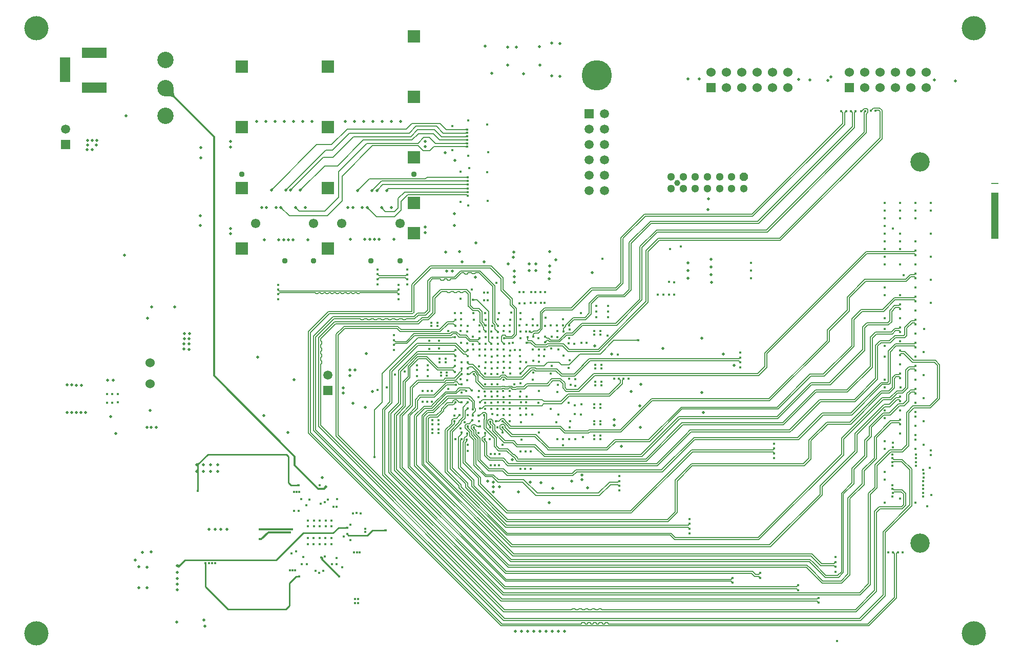
<source format=gbr>
%FSTAX23Y23*%
%MOIN*%
%SFA1B1*%

%IPPOS*%
%AMD83*
4,1,8,-0.012800,-0.025600,0.012800,-0.025600,0.025600,-0.012800,0.025600,0.012800,0.012800,0.025600,-0.012800,0.025600,-0.025600,0.012800,-0.025600,-0.012800,-0.012800,-0.025600,0.0*
%
%ADD10C,0.012008*%
%ADD51C,0.005984*%
%ADD52C,0.010000*%
%ADD54C,0.006890*%
%ADD57C,0.007992*%
%ADD64R,0.050000X0.005000*%
%ADD73R,0.060000X0.060000*%
%ADD74C,0.060000*%
%ADD75R,0.065000X0.160000*%
%ADD76R,0.160000X0.065000*%
%ADD77C,0.125984*%
%ADD78C,0.157480*%
%ADD79C,0.061024*%
%ADD80C,0.106299*%
%ADD81C,0.039370*%
%ADD82C,0.051181*%
G04~CAMADD=83~4~0.0~0.0~511.8~511.8~0.0~128.0~0~0.0~0.0~0.0~0.0~0~0.0~0.0~0.0~0.0~0~0.0~0.0~0.0~180.0~512.0~512.0*
%ADD83D83*%
%ADD84R,0.059055X0.059055*%
%ADD85C,0.059055*%
%ADD86C,0.037401*%
%ADD87R,0.078740X0.078740*%
%ADD88C,0.196850*%
%ADD89C,0.015000*%
%ADD90C,0.015984*%
%ADD91C,0.020000*%
%ADD92C,0.019685*%
%ADD106R,0.050000X0.304999*%
%LNatfc_copper_signal_1-1*%
%LPD*%
G36*
X0561Y03003D02*
X0561Y03002D01*
X0561Y03001*
X05611Y03001*
X05611Y03*
X05611Y02999*
X05611Y02999*
X05612Y02998*
X05612Y02998*
X05613Y02997*
X05602*
X05602Y02998*
X05602Y02998*
X05603Y02999*
X05603Y02999*
X05603Y03*
X05604Y03001*
X05604Y03001*
X05604Y03002*
X05604Y03003*
X05604Y03004*
X0561*
X0561Y03003*
G37*
G36*
X05496Y0303D02*
X05495D01*
X05495Y0303*
X05494Y0303*
X05493Y0303*
X05493Y03029*
X05492Y03029*
X05492Y03029*
X05491Y03028*
X0549Y03028*
X0549Y03027*
X05486Y03032*
X05486Y03032*
X05487Y03033*
X05487Y03033*
X05487Y03034*
X05488Y03035*
X05488Y03035*
X05488Y03036*
X05488Y03037*
X05488Y03037*
X05488Y03038*
X05496Y0303*
G37*
G36*
X0566Y03004D02*
X05661Y03003D01*
X05661Y03003*
X05662Y03003*
X05662Y03002*
X05663Y03002*
X05664Y03002*
X05664Y03002*
X05665Y03002*
X05666*
Y02996*
X05665*
X05664Y02996*
X05664Y02995*
X05663Y02995*
X05662Y02995*
X05662Y02995*
X05661Y02994*
X05661Y02994*
X0566Y02994*
X0566Y02993*
Y03004*
X0566Y03004*
G37*
G36*
X0561Y02963D02*
X0561Y02963D01*
X0561Y02962*
X05611Y02961*
X05611Y02961*
X05611Y0296*
X05611Y02959*
X05612Y02959*
X05612Y02958*
X05613Y02958*
X05602*
X05602Y02958*
X05602Y02959*
X05603Y02959*
X05603Y0296*
X05603Y02961*
X05604Y02961*
X05604Y02962*
X05604Y02963*
X05604Y02963*
X05604Y02964*
X0561*
X0561Y02963*
G37*
G36*
X05575Y02991D02*
X05574D01*
X05574Y02991*
X05573Y0299*
X05572Y0299*
X05572Y0299*
X05571Y0299*
X0557Y02989*
X0557Y02989*
X05569Y02988*
X05569Y02988*
X05564Y02992*
X05565Y02993*
X05565Y02993*
X05566Y02994*
X05566Y02995*
X05566Y02995*
X05567Y02996*
X05567Y02996*
X05567Y02997*
X05567Y02998*
X05567Y02999*
X05575Y02991*
G37*
G36*
X08385Y03057D02*
X08386Y03056D01*
X08386Y03055*
X08387Y03055*
X08387Y03055*
X08388Y03055*
X08388Y03055*
X08389Y03055*
X08389Y03055*
X08383Y03048*
X08383Y03048*
X08383Y03049*
X08382Y03049*
X08382Y0305*
X08382Y0305*
X08382Y03051*
X08381Y03051*
X08381Y03052*
X0838Y03052*
X0838Y03053*
X08384Y03057*
X08385Y03057*
G37*
G36*
X08389Y03069D02*
X08389Y03069D01*
X08388Y03069*
X08388Y03069*
X08387Y03069*
X08387Y03068*
X08386Y03068*
X08386Y03068*
X08385Y03067*
X08385Y03067*
X08384Y03066*
X0838Y0307*
X0838Y03071*
X08381Y03072*
X08382Y03073*
X08382Y03073*
X08382Y03074*
X08382Y03074*
X08383Y03075*
X08383Y03075*
X08383Y03075*
X08389Y03069*
G37*
G36*
X05665Y03045D02*
X05664Y03044D01*
X05664Y03043*
X05663Y03043*
X05663Y03042*
X05662Y03042*
X05662Y03041*
X05662Y0304*
X05662Y0304*
X05662Y03039*
X05662Y03038*
X05654Y03046*
X05655*
X05655Y03046*
X05656Y03046*
X05657Y03046*
X05657Y03047*
X05658Y03047*
X05659Y03047*
X05659Y03048*
X0566Y03048*
X0566Y03049*
X05665Y03045*
G37*
G36*
X05575Y0303D02*
X05574D01*
X05574Y0303*
X05573Y0303*
X05572Y0303*
X05572Y03029*
X05571Y03029*
X0557Y03029*
X0557Y03028*
X05569Y03028*
X05569Y03027*
X05564Y03032*
X05565Y03032*
X05565Y03033*
X05566Y03033*
X05566Y03034*
X05566Y03035*
X05567Y03035*
X05567Y03036*
X05567Y03037*
X05567Y03037*
X05567Y03038*
X05575Y0303*
G37*
G36*
X0553Y03032D02*
X05529Y03033D01*
X05529Y03033*
X05528Y03034*
X05528Y03034*
X05527Y03034*
X05526Y03035*
X05526Y03035*
X05525Y03035*
X05524Y03035*
X05523*
Y03041*
X05524*
X05525Y03041*
X05526Y03041*
X05526Y03041*
X05527Y03042*
X05528Y03042*
X05528Y03042*
X05529Y03043*
X05529Y03043*
X0553Y03044*
Y03032*
G37*
G36*
X05811Y02916D02*
X05811Y02915D01*
X05811Y02915*
X05811Y02914*
X05811Y02913*
X05812Y02913*
X05812Y02912*
X05812Y02911*
X05813Y02911*
X05813Y0291*
X05809Y02906*
X05809Y02907*
X05808Y02907*
X05807Y02907*
X05807Y02908*
X05806Y02908*
X05805Y02908*
X05805Y02909*
X05804Y02909*
X05803Y02909*
X05803Y02909*
X05811Y02917*
X05811Y02916*
G37*
G36*
X05606Y02913D02*
X05605Y02913D01*
X05604Y02913*
X05604Y02913*
X05603Y02912*
X05602Y02912*
X05602Y02912*
X05601Y02911*
X056Y02911*
X056Y02911*
X05599Y0291*
X05595Y02914*
X05596Y02915*
X05596Y02915*
X05596Y02916*
X05597Y02917*
X05597Y02917*
X05597Y02918*
X05598Y02919*
X05598Y02919*
X05598Y0292*
X05598Y02921*
X05606Y02913*
G37*
G36*
X05493Y02911D02*
X05492Y0291D01*
X05492Y02909*
X05492Y02909*
X05491Y02908*
X05491Y02908*
X05491Y02907*
X05491Y02906*
X05491Y02905*
X05491Y02905*
X05485*
X05485Y02905*
X05485Y02906*
X05484Y02907*
X05484Y02908*
X05484Y02908*
X05484Y02909*
X05483Y02909*
X05483Y0291*
X05483Y02911*
X05482Y02911*
X05493*
X05493Y02911*
G37*
G36*
X08385Y02907D02*
X08386Y02906D01*
X08386Y02905*
X08387Y02905*
X08387Y02905*
X08388Y02905*
X08388Y02905*
X08389Y02905*
X08389Y02905*
X08383Y02898*
X08383Y02898*
X08383Y02899*
X08382Y02899*
X08382Y029*
X08382Y029*
X08382Y02901*
X08381Y02901*
X08381Y02902*
X0838Y02902*
X0838Y02903*
X08384Y02907*
X08385Y02907*
G37*
G36*
X05727Y02904D02*
X05727Y02904D01*
X05727Y02904*
X05726Y02904*
X05726Y02903*
X05726Y02903*
X05726Y02902*
X05726Y02901*
Y029*
X0572*
Y02901*
X0572Y02903*
X0572Y02903*
X0572Y02904*
X0572Y02904*
X05719Y02904*
X05719Y02904*
X05719Y02905*
X05727*
X05727Y02904*
G37*
G36*
X05523Y02948D02*
X05522Y02948D01*
X05522Y02948*
X05521Y02948*
X0552Y02948*
X0552Y02948*
X05519Y02947*
X05518Y02947*
X05518Y02946*
X05517Y02946*
X05517Y02945*
X05512Y0295*
X05513Y0295*
X05513Y02951*
X05514Y02951*
X05514Y02952*
X05514Y02953*
X05515Y02953*
X05515Y02954*
X05515Y02955*
X05515Y02955*
X05515Y02956*
X05523Y02948*
G37*
G36*
X05659Y02954D02*
X05652Y02948D01*
X0565Y02958*
X05651Y02958*
X05651Y02958*
X05652Y02958*
X05652Y02958*
X05653Y02958*
X05653Y02958*
X05654Y02958*
X05654Y02958*
X05655Y02959*
X05656Y02959*
X05659Y02954*
G37*
G36*
X05688Y02953D02*
X05688Y02953D01*
X05688Y02951*
X05688Y0295*
X05688Y02944*
X05682Y02943*
X05682Y02944*
X05681Y02945*
X05681Y02946*
X05681Y02946*
X05681Y02947*
X05681Y02947*
X0568Y02948*
X0568Y02948*
X05679Y02948*
X05679Y02948*
X05688Y02954*
X05688Y02953*
G37*
G36*
X05766Y02922D02*
X05766Y02921D01*
X05767Y02921*
X05767Y02921*
X05768Y0292*
X05769Y0292*
X05769Y0292*
X0577Y0292*
X05771Y0292*
X05772Y0292*
Y02914*
X05771Y02914*
X0577Y02914*
X05769Y02914*
X05769Y02913*
X05768Y02913*
X05767Y02913*
X05767Y02913*
X05766Y02912*
X05766Y02912*
X05765Y02911*
Y02922*
X05766Y02922*
G37*
G36*
X08389Y02919D02*
X08389Y02919D01*
X08388Y02919*
X08388Y02919*
X08387Y02919*
X08387Y02918*
X08386Y02918*
X08386Y02918*
X08385Y02917*
X08385Y02917*
X08384Y02916*
X0838Y0292*
X0838Y02921*
X08381Y02922*
X08382Y02923*
X08382Y02923*
X08382Y02924*
X08382Y02924*
X08383Y02925*
X08383Y02925*
X08383Y02925*
X08389Y02919*
G37*
G36*
X08485Y03107D02*
X08486Y03106D01*
X08486Y03105*
X08487Y03105*
X08487Y03105*
X08488Y03105*
X08488Y03105*
X08489Y03105*
X08489Y03105*
X08483Y03098*
X08483Y03098*
X08483Y03099*
X08482Y03099*
X08482Y031*
X08482Y031*
X08482Y03101*
X08481Y03101*
X08481Y03102*
X0848Y03102*
X0848Y03103*
X08484Y03107*
X08485Y03107*
G37*
G36*
Y03257D02*
X08486Y03256D01*
X08486Y03255*
X08487Y03255*
X08487Y03255*
X08488Y03255*
X08488Y03255*
X08489Y03255*
X08489Y03255*
X08483Y03248*
X08483Y03248*
X08483Y03249*
X08482Y03249*
X08482Y0325*
X08482Y0325*
X08482Y03251*
X08481Y03251*
X08481Y03252*
X0848Y03252*
X0848Y03253*
X08484Y03257*
X08485Y03257*
G37*
G36*
X05541Y03254D02*
X0554Y03253D01*
X0554Y03253*
X0554Y03252*
X05539Y03252*
X05539Y03251*
X05539Y0325*
X05539Y0325*
X05539Y03249*
X05539Y03248*
X05533*
X05533Y03249*
X05533Y0325*
X05532Y0325*
X05532Y03251*
X05532Y03252*
X05532Y03252*
X05531Y03253*
X05531Y03253*
X05531Y03254*
X0553Y03255*
X05541*
X05541Y03254*
G37*
G36*
X05486Y03246D02*
X05486Y03245D01*
X05487Y03245*
X05487Y03245*
X05488Y03244*
X05489Y03244*
X05489Y03244*
X0549Y03244*
X05491Y03244*
X05492Y03244*
X05484Y03236*
X05484Y03237*
X05484Y03237*
X05483Y03238*
X05483Y03239*
X05483Y03239*
X05483Y0324*
X05482Y0324*
X05482Y03241*
X05481Y03242*
X05481Y03242*
X05485Y03246*
X05486Y03246*
G37*
G36*
X08389Y03219D02*
X08389Y03219D01*
X08388Y03219*
X08388Y03219*
X08387Y03219*
X08387Y03218*
X08386Y03218*
X08386Y03218*
X08385Y03217*
X08385Y03217*
X08384Y03216*
X0838Y0322*
X0838Y03221*
X08381Y03222*
X08382Y03223*
X08382Y03223*
X08382Y03224*
X08382Y03224*
X08383Y03225*
X08383Y03225*
X08383Y03225*
X08389Y03219*
G37*
G36*
X05928Y03232D02*
X05928Y03231D01*
X05927Y0323*
X05926Y0323*
X05926Y03229*
X05925Y03229*
X05925Y03228*
X05925Y03228*
X05925Y03227*
Y03227*
X05917Y03235*
X05918Y03235*
X05918Y03235*
X05919Y03235*
X05919Y03235*
X0592Y03235*
X0592Y03236*
X05921Y03236*
X05921Y03237*
X05922Y03238*
X05928Y03232*
G37*
G36*
X05582Y03295D02*
X05582Y03295D01*
X05582Y03294*
Y03294*
X05582Y03293*
X05582Y03292*
X05582Y03292*
X05583Y03291*
X05583Y03291*
X05584Y0329*
X05577Y03288*
X05576Y03289*
X05574Y03291*
X05574Y03291*
X05573Y03292*
X05572Y03292*
X05572Y03292*
X05582Y03296*
X05582Y03295*
G37*
G36*
X07344Y03309D02*
X07345Y03308D01*
X07345Y03308*
X07346Y03308*
X07346Y03307*
X07347Y03307*
X07348Y03307*
X07348Y03307*
X07349Y03307*
X0735Y03307*
X07342Y03299*
X07342Y033*
X07342Y033*
X07342Y03301*
X07341Y03302*
X07341Y03302*
X07341Y03303*
X07341Y03303*
X0734Y03304*
X0734Y03305*
X07339Y03305*
X07343Y03309*
X07344Y03309*
G37*
G36*
X08489Y03269D02*
X08489Y03269D01*
X08488Y03269*
X08488Y03269*
X08487Y03269*
X08487Y03268*
X08486Y03268*
X08486Y03268*
X08485Y03267*
X08485Y03267*
X08484Y03266*
X0848Y0327*
X0848Y03271*
X08481Y03272*
X08482Y03273*
X08482Y03273*
X08482Y03274*
X08482Y03274*
X08483Y03275*
X08483Y03275*
X08483Y03275*
X08489Y03269*
G37*
G36*
X05586Y03267D02*
X05585Y03266D01*
X05585Y03266*
X05584Y03265*
X05584Y03264*
X05584Y03264*
X05583Y03263*
X05583Y03262*
X05583Y03262*
X05583Y03261*
X05583Y0326*
X05575Y03268*
X05576Y03268*
X05577Y03268*
X05577Y03268*
X05578Y03269*
X05579Y03269*
X05579Y03269*
X0558Y0327*
X0558Y0327*
X05581Y0327*
X05582Y03271*
X05586Y03267*
G37*
G36*
X05492Y03267D02*
X05491Y03267D01*
X0549Y03267*
X05489Y03267*
X05489Y03267*
X05488Y03266*
X05487Y03266*
X05487Y03266*
X05486Y03265*
X05486Y03265*
X05485Y03264*
X05481Y03269*
X05481Y03269*
X05482Y0327*
X05482Y0327*
X05483Y03271*
X05483Y03272*
X05483Y03272*
X05483Y03273*
X05484Y03274*
X05484Y03274*
X05484Y03275*
X05492Y03267*
G37*
G36*
X0553Y03151D02*
X0553Y03151D01*
X05529Y03152*
X05529Y03152*
X05528Y03153*
X05527Y03153*
X05527Y03153*
X05526Y03153*
X05525Y03153*
X05525Y03153*
X05524Y03154*
Y0316*
X05525Y0316*
X05525Y0316*
X05526Y0316*
X05527Y0316*
X05527Y0316*
X05528Y0316*
X05529Y03161*
X05529Y03161*
X0553Y03162*
X0553Y03162*
Y03151*
G37*
G36*
X06567Y03192D02*
X06567Y03191D01*
X06567Y0319*
X06567Y0319*
X06567Y03189*
X06568Y03188*
X06568Y03188*
X06568Y03187*
X06569Y03186*
X06569Y03186*
X06565Y03182*
X06565Y03182*
X06564Y03183*
X06563Y03183*
X06563Y03183*
X06562Y03184*
X06561Y03184*
X06561Y03184*
X0656Y03184*
X06559Y03184*
X06559Y03184*
X06567Y03192*
X06567Y03192*
G37*
G36*
X05493Y03146D02*
X05492Y03147D01*
X05492Y03147*
X05491Y03147*
X05491Y03148*
X0549Y03148*
X05489Y03148*
X05489Y03148*
X05488Y03148*
X05487Y03148*
X05486Y03149*
X05485Y03155*
X05486Y03155*
X05487Y03155*
X05488Y03155*
X05488Y03155*
X05489Y03155*
X0549Y03156*
X0549Y03156*
X05491Y03156*
X05491Y03157*
X05492Y03157*
X05493Y03146*
G37*
G36*
X05596Y03126D02*
X05596Y03125D01*
X05597Y03125*
X05598Y03124*
X05598Y03124*
X05599Y03124*
X056Y03124*
X056Y03124*
X05601Y03123*
X05602Y03123*
X05594Y03116*
Y03116*
X05594Y03117*
X05593Y03118*
X05593Y03118*
X05593Y03119*
X05593Y0312*
X05592Y0312*
X05592Y03121*
X05592Y03121*
X05591Y03122*
X05595Y03126*
X05596Y03126*
G37*
G36*
X08489Y03119D02*
X08489Y03119D01*
X08488Y03119*
X08488Y03119*
X08487Y03119*
X08487Y03118*
X08486Y03118*
X08486Y03118*
X08485Y03117*
X08485Y03117*
X08484Y03116*
X0848Y0312*
X0848Y03121*
X08481Y03122*
X08482Y03123*
X08482Y03123*
X08482Y03124*
X08482Y03124*
X08483Y03125*
X08483Y03125*
X08483Y03125*
X08489Y03119*
G37*
G36*
X05536Y03213D02*
X05535Y03213D01*
X05534Y03213*
X05533Y03213*
X05533Y03212*
X05532Y03212*
X05532Y03212*
X05531Y03212*
X0553Y03211*
X0553Y03211*
X05529Y0321*
X05525Y03214*
X05525Y03215*
X05526Y03216*
X05526Y03216*
X05527Y03217*
X05527Y03217*
X05527Y03218*
X05527Y03219*
X05528Y03219*
X05528Y0322*
X05528Y03221*
X05536Y03213*
G37*
G36*
X05581Y03226D02*
X05582Y03226D01*
X05582Y03225*
X05583Y03225*
X05584Y03225*
X05584Y03224*
X05585Y03224*
X05586Y03224*
X05586Y03224*
X05587Y03224*
Y03218*
X05586Y03218*
X05586Y03218*
X05585Y03218*
X05584Y03217*
X05584Y03217*
X05583Y03217*
X05582Y03217*
X05582Y03216*
X05581Y03216*
X05581Y03215*
Y03226*
X05581Y03226*
G37*
G36*
X05622Y0322D02*
X05622Y03219D01*
X05623Y03219*
X05623Y03218*
X05623Y03217*
X05623Y03217*
X05624Y03216*
X05624Y03215*
X05625Y03215*
X05625Y03214*
X05621Y0321*
X0562Y03211*
X0562Y03211*
X05619Y03211*
X05618Y03212*
X05618Y03212*
X05617Y03212*
X05616Y03213*
X05616Y03213*
X05615Y03213*
X05614Y03213*
X05622Y03221*
Y0322*
G37*
G36*
X0659Y03184D02*
X06589Y03184D01*
X06589Y03184*
X06588Y03184*
X06587Y03184*
X06587Y03184*
X06586Y03183*
X06585Y03183*
X06585Y03183*
X06584Y03182*
X06584Y03182*
X06579Y03186*
X0658Y03186*
X0658Y03187*
X06581Y03188*
X06581Y03188*
X06581Y03189*
X06582Y0319*
X06582Y0319*
X06582Y03191*
X06582Y03192*
X06582Y03192*
X0659Y03184*
G37*
G36*
X08385Y03207D02*
X08386Y03206D01*
X08386Y03205*
X08387Y03205*
X08387Y03205*
X08388Y03205*
X08388Y03205*
X08389Y03205*
X08389Y03205*
X08383Y03198*
X08383Y03198*
X08383Y03199*
X08382Y03199*
X08382Y032*
X08382Y032*
X08382Y03201*
X08381Y03201*
X08381Y03202*
X0838Y03202*
X0838Y03203*
X08384Y03207*
X08385Y03207*
G37*
G36*
X0835Y02064D02*
X0835Y02063D01*
X0835Y02062*
X0835Y02062*
X08351Y02061*
X08351Y0206*
X08351Y0206*
X08352Y02059*
X08352Y02059*
X08353Y02058*
X08349Y02054*
X08348Y02054*
X08347Y02055*
X08347Y02055*
X08346Y02055*
X08346Y02056*
X08345Y02056*
X08344Y02056*
X08344Y02056*
X08343Y02056*
X08342Y02056*
X0835Y02064*
X0835Y02064*
G37*
G36*
X08372Y02057D02*
X08372Y02057D01*
X08371Y02057*
X08371Y02056*
X0837Y02056*
X0837Y02056*
X08369Y02056*
X08369Y02055*
X08368Y02055*
X08368Y02054*
X08367Y02054*
X08363Y02058*
X08363Y02059*
X08364Y0206*
X08365Y0206*
X08365Y02061*
X08365Y02061*
X08366Y02062*
X08366Y02062*
X08366Y02063*
X08366Y02063*
X08372Y02057*
G37*
G36*
X07968Y01992D02*
X07967Y01991D01*
X07967Y01991*
X07966Y01991*
X07965Y01991*
X07965Y01991*
X07964Y01991*
X07963Y0199*
X07963Y0199*
X07962Y01989*
X07961Y01989*
X07957Y01993*
X07958Y01994*
X07958Y01994*
X07959Y01995*
X07959Y01995*
X07959Y01996*
X0796Y01997*
X0796Y01997*
X0796Y01998*
X0796Y01999*
X0796Y01999*
X07968Y01992*
G37*
G36*
X03875Y01986D02*
X03875Y01986D01*
X03875Y01986*
X03875Y01985*
X03875Y01982*
Y01982*
X03865*
X03864Y01986*
X03875*
X03875Y01986*
G37*
G36*
X03704Y01976D02*
X03694Y01969D01*
X03692Y01982*
X03693Y01982*
X03693Y01982*
X03694*
X03694Y01982*
X03695Y01982*
X03695Y01982*
X03696Y01983*
X03697Y01983*
X03697Y01984*
X03698Y01985*
X03704Y01976*
G37*
G36*
X07019Y0224D02*
X07018Y0224D01*
X07018Y02239*
X07017Y02239*
X07016Y02239*
X07016Y02239*
X07015Y02239*
X07014Y02238*
X07014Y02238*
X07013Y02237*
X07013Y02237*
X07008Y02241*
X07009Y02242*
X07009Y02242*
X0701Y02243*
X0701Y02243*
X07011Y02244*
X07011Y02245*
X07011Y02245*
X07011Y02246*
X07011Y02247*
X07011Y02247*
X07019Y0224*
G37*
G36*
X03825Y02469D02*
X03814D01*
X03815Y02469*
X03815Y02469*
X03815Y02469*
X03815Y0247*
X03815Y02473*
Y02474*
X03825*
X03825Y02469*
G37*
G36*
X04785Y02219D02*
X04785Y02219D01*
X04785Y02219*
X04785Y02219*
X04784Y02219*
X04782Y02219*
X04781*
Y02229*
X04785Y02229*
Y02219*
G37*
G36*
X05036Y02202D02*
X05036Y02202D01*
X05036Y02202*
X05035Y02202*
X05035Y02202*
X05032Y02202*
X05031*
Y02212*
X05036Y02213*
Y02202*
G37*
G36*
X07013Y02226D02*
X07014Y02226D01*
X07014Y02225*
X07015Y02225*
X07016Y02225*
X07016Y02224*
X07017Y02224*
X07018Y02224*
X07018Y02224*
X07019Y02224*
X07011Y02216*
X07011Y02217*
X07011Y02218*
X07011Y02218*
X07011Y02219*
X07011Y0222*
X0701Y0222*
X0701Y02221*
X07009Y02221*
X07009Y02222*
X07008Y02223*
X07013Y02227*
X07013Y02226*
G37*
G36*
X07723Y01841D02*
X07722D01*
X07722*
X07721Y01841*
X07721Y01841*
X0772Y01841*
X0772Y0184*
X07719Y0184*
X07719Y01839*
X07718Y01839*
X07718Y01838*
X07713Y01843*
X07714Y01843*
X07715Y01844*
X07715Y01845*
X07716Y01845*
X07716Y01846*
X07716Y01846*
X07716Y01847*
X07716Y01847*
X07716Y01848*
X07723Y01841*
G37*
G36*
X07292Y01876D02*
X07293Y01875D01*
X07293Y01875*
X07294Y01874*
X07295Y01874*
X07295Y01874*
X07296Y01874*
X07296Y01874*
X07297Y01874*
X07298*
X0729Y01866*
Y01866*
X0729Y01867*
X0729Y01868*
X0729Y01868*
X07289Y01869*
X07289Y0187*
X07289Y0187*
X07288Y01871*
X07288Y01871*
X07287Y01872*
X07291Y01876*
X07292Y01876*
G37*
G36*
X07718Y01828D02*
X07719Y01827D01*
X07719Y01827*
X0772Y01826*
X0772Y01826*
X07721Y01826*
X07722Y01826*
X07722Y01826*
X07723Y01826*
X07724Y01825*
X07716Y01818*
Y01818*
X07716Y01819*
X07716Y0182*
X07716Y0182*
X07715Y01821*
X07715Y01822*
X07715Y01822*
X07714Y01823*
X07714Y01823*
X07713Y01824*
X07717Y01828*
X07718Y01828*
G37*
G36*
X07852Y01746D02*
X07852Y01745D01*
X07853Y01745*
X07854Y01745*
X07854Y01744*
X07855Y01744*
X07856Y01744*
X07856Y01744*
X07857Y01744*
X07858Y01744*
X0785Y01736*
X0785Y01737*
X0785Y01737*
X0785Y01738*
X07849Y01739*
X07849Y01739*
X07849Y0174*
X07848Y0174*
X07848Y01741*
X07848Y01742*
X07847Y01742*
X07851Y01746*
X07852Y01746*
G37*
G36*
X07858Y01759D02*
X07857Y01759D01*
X07856Y01759*
X07856Y01759*
X07855Y01759*
X07854Y01759*
X07854Y01758*
X07853Y01758*
X07852Y01757*
X07852Y01757*
X07851Y01756*
X07847Y01761*
X07848Y01761*
X07848Y01762*
X07848Y01762*
X07849Y01763*
X07849Y01764*
X07849Y01764*
X0785Y01765*
X0785Y01766*
X0785Y01766*
X0785Y01767*
X07858Y01759*
G37*
G36*
X07477Y0192D02*
X07476Y0192D01*
X07475Y0192*
X07475Y0192*
X07474Y0192*
X07473Y01919*
X07473Y01919*
X07472Y01919*
X07472Y01918*
X07471Y01918*
X0747Y01917*
X07466Y01921*
X07467Y01922*
X07467Y01923*
X07468Y01923*
X07468Y01924*
X07468Y01925*
X07469Y01925*
X07469Y01926*
X07469Y01927*
X07469Y01927*
Y01928*
X07477Y0192*
G37*
G36*
X07962Y01978D02*
X07963Y01978D01*
X07963Y01977*
X07964Y01977*
X07965Y01977*
X07965Y01976*
X07966Y01976*
X07967Y01976*
X07967Y01976*
X07968Y01976*
X0796Y01968*
X0796Y01969*
X0796Y0197*
X0796Y0197*
X0796Y01971*
X07959Y01972*
X07959Y01972*
X07959Y01973*
X07958Y01973*
X07958Y01974*
X07957Y01975*
X07961Y01979*
X07962Y01978*
G37*
G36*
X04472Y019D02*
X04472Y019D01*
X04472Y019*
X04472Y019*
X04471Y019*
X04468Y019*
X04468*
Y0191*
X04472Y01911*
Y019*
G37*
G36*
X07298Y01889D02*
X07297D01*
X07297Y01889*
X07296Y01889*
X07295Y01889*
X07295Y01888*
X07294Y01888*
X07293Y01888*
X07293Y01887*
X07292Y01887*
X07291Y01886*
X07287Y0189*
X07288Y01891*
X07288Y01892*
X07289Y01892*
X07289Y01893*
X07289Y01893*
X0729Y01894*
X0729Y01895*
X0729Y01895*
X0729Y01896*
X0729Y01897*
X07298Y01889*
G37*
G36*
X07471Y01907D02*
X07472Y01906D01*
X07472Y01906*
X07473Y01905*
X07473Y01905*
X07474Y01905*
X07475Y01905*
X07475Y01905*
X07476Y01905*
X07477*
X07469Y01897*
Y01897*
X07469Y01898*
X07469Y01899*
X07469Y01899*
X07468Y019*
X07468Y01901*
X07468Y01901*
X07467Y01902*
X07467Y01902*
X07466Y01903*
X0747Y01907*
X07471Y01907*
G37*
G36*
X04653Y02478D02*
X04653Y02478D01*
X04652Y02478*
X04652Y02477*
X04651Y02477*
X04651Y02477*
X0465Y02476*
X04648Y02474*
X04647Y02474*
X04639Y02482*
X0464Y02483*
X04642Y02485*
X04642Y02486*
X04643Y02487*
X04643Y02487*
X04643Y02487*
X04643Y02488*
X04653Y02478*
G37*
G36*
X05693Y02832D02*
X05693Y02831D01*
X05692Y0283*
X05692Y0283*
X05692Y02829*
X05692Y02828*
X05691Y02828*
X05691Y02827*
X05691Y02826*
Y02826*
X05685*
Y02826*
X05685Y02827*
X05685Y02828*
X05685Y02828*
X05685Y02829*
X05684Y0283*
X05684Y0283*
X05684Y02831*
X05683Y02832*
X05683Y02832*
X05694*
X05693Y02832*
G37*
G36*
X05806Y02853D02*
X05806Y02853D01*
X05806Y02852*
X05806Y02851*
X05806Y02851*
X05807Y0285*
X05807Y02849*
X05807Y02849*
X05808Y02848*
X05808Y02848*
X05797*
X05798Y02848*
X05798Y02849*
X05798Y02849*
X05799Y0285*
X05799Y02851*
X05799Y02851*
X05799Y02852*
X058Y02853*
X058Y02853*
X058Y02854*
X05806*
X05806Y02853*
G37*
G36*
X05574Y02827D02*
X05574Y02827D01*
X05574Y02827*
X05574Y02827*
X05574Y02826*
X05574Y02825*
X05574Y02824*
X05568*
Y02824*
X05568Y02827*
X05568Y02827*
X05568Y02827*
X05568Y02827*
X05568Y02827*
X05574*
X05574Y02827*
G37*
G36*
X05572Y0279D02*
X05572Y0279D01*
X05572Y0279*
X05572Y0279*
X05572Y02789*
X05572Y02788*
X05572Y02787*
Y02787*
X05566*
Y02787*
X05566Y0279*
X05566Y0279*
X05566Y0279*
X05566Y0279*
X05565Y0279*
X05572*
X05572Y0279*
G37*
G36*
X05691Y02794D02*
X05691Y02794D01*
X05691Y02793*
Y02793*
X05691Y02792*
X05691Y02791*
X05692Y02791*
X05692Y0279*
X05692Y0279*
X05693Y02789*
X05686Y02788*
X05686Y02788*
X05683Y0279*
X05683Y0279*
X05682Y02791*
X05681Y02791*
X05681Y02792*
X05692Y02795*
X05691Y02794*
G37*
G36*
X05648Y02875D02*
X05648Y02875D01*
X05647Y02876*
X05646Y02876*
X05646Y02877*
X05645Y02877*
X05645Y02877*
X05644Y02877*
X05643Y02877*
X05642Y02878*
X05642*
Y02884*
X05642*
X05643Y02884*
X05644Y02884*
X05645Y02884*
X05645Y02884*
X05646Y02884*
X05646Y02885*
X05647Y02885*
X05648Y02886*
X05648Y02886*
Y02875*
G37*
G36*
X05725Y02883D02*
X05715Y02882D01*
X05715Y02882*
X05715Y02883*
X05715Y02883*
X05716Y02883*
X05715Y02884*
X05715Y02885*
X05715Y02885*
X05715Y02886*
X05714Y02886*
X05714Y02887*
X05719Y0289*
X05725Y02883*
G37*
G36*
X05581Y02875D02*
X0558Y02874D01*
X0558Y02874*
Y02873*
X0558Y02873*
X0558Y02872*
X05581Y02872*
X05581Y02871*
X05582Y02871*
X05582Y0287*
X05577Y02867*
X0557Y02874*
X05581Y02875*
X05581Y02875*
G37*
G36*
X05619Y02872D02*
X05619Y02871D01*
X05619Y02871*
X05619Y0287*
X05619Y0287*
X05619Y02869*
X0562Y02869*
X0562Y02868*
X0562Y02868*
X05621Y02867*
X05616Y02864*
X05609Y02871*
X0562Y02872*
X05619Y02872*
G37*
G36*
X0581Y02875D02*
X05809Y02874D01*
Y02873*
X0581Y02873*
X0581Y02872*
X0581Y02871*
X0581Y02871*
X05811Y0287*
X05811Y0287*
X05812Y02869*
X05806Y02866*
X05806Y02867*
X05804Y02868*
X05804Y02868*
X05803Y02868*
X05803Y02869*
X05802Y02869*
X05801Y02869*
X05801Y0287*
X058Y0287*
X0581Y02875*
X0581Y02875*
G37*
G36*
X03825Y02604D02*
X03823Y02592D01*
X03821Y0259*
X03823Y02589*
X03825Y02577*
X03815Y02575*
X03815Y02576*
X03815Y02577*
X03815Y02578*
X03814Y02578*
X03814Y02579*
X03814Y0258*
X03814Y0258*
X03813Y0258*
X03813Y0258*
X03813Y02581*
X03821Y0259*
X03813Y026*
X03813Y02601*
X03813Y02601*
X03814Y02601*
X03814Y02601*
X03814Y02602*
X03814Y02603*
X03815Y02603*
X03815Y02604*
X03815Y02605*
X03815Y02606*
X03825Y02604*
G37*
G36*
X0383Y02639D02*
X03828Y02637D01*
X03823Y02631*
X03825Y0262*
X03815Y02618*
X03815Y02619*
X03815Y02621*
X03814Y02621*
X03814Y02622*
X03814Y02623*
X03814Y02623*
X03813Y02623*
X03813Y02623*
X03813Y02624*
X03822Y02631*
X03816Y02643*
X03817Y02643*
X03818Y02643*
X03818Y02643*
X03819Y02643*
X03819Y02643*
X0382Y02644*
X03821Y02644*
X03822Y02645*
X03822Y02645*
X03823Y02646*
X0383Y02639*
G37*
G36*
X06558Y0252D02*
X06558D01*
X06558Y0252*
X06558Y0252*
X06556Y02518*
X06551Y02522*
X06554Y02524*
X06558Y0252*
G37*
G36*
X04471Y02494D02*
X04471Y02494D01*
X04471Y02494*
X0447Y02494*
X0447Y02494*
X04467Y02495*
X04466*
Y02505*
X04471Y02505*
Y02494*
G37*
G36*
X06558Y02503D02*
X06554Y02499D01*
Y02499*
X06554Y02499*
X06553Y02499*
X06551Y02501*
X06556Y02506*
X06558Y02503*
G37*
G36*
X07564Y02718D02*
X07565Y02717D01*
X07565Y02717*
X07566Y02716*
X07567Y02716*
X07567Y02716*
X07568Y02716*
X07569Y02716*
X07569Y02716*
X0757Y02715*
X07562Y02708*
X07562Y02708*
X07562Y02709*
X07562Y0271*
X07562Y0271*
X07561Y02711*
X07561Y02712*
X07561Y02712*
X0756Y02713*
X0756Y02713*
X07559Y02714*
X07563Y02718*
X07564Y02718*
G37*
G36*
X0757Y02731D02*
X07569Y02731D01*
X07569Y02731*
X07568Y02731*
X07567Y02731*
X07567Y0273*
X07566Y0273*
X07565Y0273*
X07565Y02729*
X07564Y02729*
X07563Y02728*
X07559Y02732*
X0756Y02733*
X0756Y02734*
X07561Y02734*
X07561Y02735*
X07561Y02735*
X07562Y02736*
X07562Y02737*
X07562Y02737*
X07562Y02738*
X07562Y02739*
X0757Y02731*
G37*
G36*
X0497Y02692D02*
X0497Y02691D01*
X0497Y02691*
X0497Y0269*
X04971Y02689*
X04971Y02689*
X04971Y02688*
X04971Y02688*
X04972Y02687*
X04972Y02687*
X04962*
X04962Y02687*
X04963Y02688*
X04963Y02688*
X04963Y02689*
X04963Y02689*
X04964Y0269*
X04964Y02691*
X04964Y02691*
X04964Y02692*
Y02693*
X0497*
Y02692*
G37*
G36*
X08345Y02656D02*
X08346Y02655D01*
X08347Y02655*
X08348Y02655*
X08349Y02655*
X0835Y02654*
X08351*
X08353Y02648*
X08352Y02648*
X08352Y02648*
X08351Y02648*
X0835Y02648*
X0835Y02648*
X08349Y02647*
X08349Y02647*
X08348Y02647*
X08348Y02646*
X08348Y02645*
X08344Y02656*
X08345Y02656*
G37*
G36*
X08348Y02672D02*
Y02672D01*
X08348Y02672*
X08348Y02671*
X08349Y02671*
X08349Y02671*
X08349Y0267*
X0835Y02669*
X08351Y02669*
X08346Y02665*
X08346Y02665*
X08344Y02666*
X08344Y02667*
X08344Y02667*
X08343Y02667*
X08343Y02667*
X08343Y02667*
X08343Y02667*
X08348Y02672*
Y02672*
G37*
G36*
X07347Y03323D02*
X07347D01*
X07347Y03323*
X07347Y03322*
X07347Y03322*
X07346Y03322*
X07346Y03322*
X07345Y03321*
X07344Y0332*
X0734Y03324*
X0734Y03325*
X07342Y03327*
X07342Y03327*
X07342Y03327*
X07342Y03327*
X07342Y03328*
Y03328*
X07347Y03323*
G37*
G36*
X04464Y04306D02*
X04464Y04305D01*
X04464Y04305*
X04465Y04304*
X04465Y04303*
X04465Y04302*
X04466Y04301*
X04466Y043*
X04467Y043*
X04467Y04299*
X04462Y04294*
X04462Y04295*
X04461Y04295*
X0446Y04296*
X0446Y04296*
X04459Y04297*
X04458Y04297*
X04457Y04297*
X04456Y04297*
X04455Y04297*
X04454*
X04464Y04307*
Y04306*
G37*
G36*
X0557Y04391D02*
X05572Y04389D01*
X05572Y04389*
X05572Y04389*
X05572Y04389*
X05572Y04389*
X05567Y04384*
Y04384*
X05567Y04384*
X05567Y04385*
X05567Y04385*
X05567Y04385*
X05566Y04386*
X05566Y04387*
X05565Y04387*
X05569Y04391*
X0557Y04391*
G37*
G36*
X0437Y04306D02*
X0437Y04305D01*
X0437Y04305*
X0437Y04304*
X0437Y04303*
X04371Y04302*
X04371Y04301*
X04372Y043*
X04372Y043*
X04373Y04299*
X04368Y04294*
X04367Y04295*
X04367Y04295*
X04366Y04296*
X04365Y04296*
X04364Y04297*
X04363Y04297*
X04362Y04297*
X04362Y04297*
X04361Y04297*
X0436*
X0437Y04307*
Y04306*
G37*
G36*
X05026Y04304D02*
X05026Y04303D01*
X05026Y04303*
X05026Y04302*
X05026Y04301*
X05027Y043*
X05027Y04299*
X05028Y04298*
X05028Y04298*
X05029Y04297*
X05024Y04292*
X05023Y04293*
X05023Y04293*
X05022Y04294*
X05021Y04294*
X0502Y04295*
X05019Y04295*
X05018Y04295*
X05018Y04295*
X05017Y04295*
X05016*
X05025Y04305*
X05026Y04304*
G37*
G36*
X04931Y04304D02*
X04931Y04303D01*
X04931Y04302*
X04931Y04301*
X04932Y043*
X04932Y043*
X04932Y04299*
X04933Y04298*
X04934Y04297*
X04934Y04297*
X0493Y04292*
X04929Y04293*
X04929Y04294*
X04928Y04294*
X04927Y04294*
X04926Y04295*
X04925Y04295*
X04924Y04295*
X04923Y04295*
X04922Y04295*
X04921*
X04931Y04305*
X04931Y04304*
G37*
G36*
X04997Y04426D02*
X04997Y04425D01*
X04996Y04425*
X04995Y04424*
X04995Y04423*
X04995Y04422*
X04994Y04421*
X04994Y0442*
X04994Y04419*
X04994Y04418*
X04994Y04417*
X04984Y04427*
X04985*
X04986Y04427*
X04987Y04427*
X04988Y04428*
X04989Y04428*
X0499Y04428*
X04991Y04429*
X04992Y04429*
X04992Y0443*
X04993Y0443*
X04997Y04426*
G37*
G36*
X0506D02*
X05059Y04425D01*
X05059Y04425*
X05058Y04424*
X05058Y04423*
X05058Y04422*
X05057Y04421*
X05057Y0442*
X05057Y04419*
X05057Y04418*
X05057Y04417*
X05047Y04427*
X05048*
X05049Y04427*
X0505Y04427*
X05051Y04428*
X05052Y04428*
X05053Y04428*
X05054Y04429*
X05054Y04429*
X05055Y0443*
X05056Y0443*
X0506Y04426*
G37*
G36*
X04966D02*
X04965Y04425D01*
X04964Y04425*
X04964Y04424*
X04964Y04423*
X04963Y04422*
X04963Y04421*
X04963Y0442*
X04963Y04419*
X04963Y04418*
X04962Y04417*
X04953Y04427*
X04954*
X04955Y04427*
X04956Y04427*
X04957Y04428*
X04958Y04428*
X04958Y04428*
X04959Y04429*
X0496Y04429*
X04961Y0443*
X04961Y0443*
X04966Y04426*
G37*
G36*
X05569Y044D02*
X05569Y04401D01*
X05568Y04401*
X05568Y04401*
X05567Y04402*
X05567Y04402*
X05566Y04402*
X05565Y04402*
X05565Y04402*
X05564Y04402*
X05563*
Y04409*
X05564Y04409*
X05565Y04409*
X05565Y0441*
X05566Y0441*
X05567Y0441*
X05567Y0441*
X05568Y0441*
X05568Y04411*
X05569Y04411*
X05569Y04412*
Y044*
G37*
G36*
X04871Y04426D02*
X04871Y04425D01*
X0487Y04425*
X0487Y04424*
X04869Y04423*
X04869Y04422*
X04868Y04421*
X04868Y0442*
X04868Y04419*
X04868Y04418*
X04868Y04417*
X04858Y04427*
X04859*
X0486Y04427*
X04861Y04427*
X04862Y04428*
X04863Y04428*
X04864Y04428*
X04865Y04429*
X04866Y04429*
X04866Y0443*
X04867Y0443*
X04871Y04426*
G37*
G36*
X05001Y03846D02*
X05Y03845D01*
X05Y03845*
X04999Y03844*
X04999Y03844*
X04999Y03843*
X04998Y03842*
X04998Y03842*
X04998Y03841*
X04998Y0384*
X04998Y0384*
X0499Y03847*
X04991Y03848*
X04992Y03848*
X04992Y03848*
X04993Y03848*
X04994Y03848*
X04994Y03848*
X04995Y03849*
X04995Y03849*
X04996Y0385*
X04997Y0385*
X05001Y03846*
G37*
G36*
X08485Y03857D02*
X08486Y03856D01*
X08486Y03855*
X08487Y03855*
X08487Y03855*
X08488Y03855*
X08488Y03855*
X08489Y03855*
X08489Y03855*
X08483Y03848*
X08483Y03848*
X08483Y03849*
X08482Y03849*
X08482Y0385*
X08482Y0385*
X08482Y03851*
X08481Y03851*
X08481Y03852*
X0848Y03852*
X0848Y03853*
X08484Y03857*
X08485Y03857*
G37*
G36*
X05175Y03848D02*
X05175Y03848D01*
X05176Y03847*
X05176Y03847*
X05177Y03847*
X05178Y03847*
X05178Y03846*
X05179Y03846*
X0518Y03846*
X05181Y03846*
X05173Y03838*
X05173Y03839*
X05172Y0384*
X05172Y0384*
X05172Y03841*
X05172Y03842*
X05172Y03842*
X05171Y03843*
X05171Y03843*
X0517Y03844*
X0517Y03845*
X05174Y03849*
X05175Y03848*
G37*
G36*
X04349Y03771D02*
X04349Y0377D01*
X04349Y0377*
X04349Y03769*
X04349Y03769*
X0435Y03768*
X0435Y03768*
X04351Y03767*
X04351Y03767*
X04352Y03766*
X04347Y03762*
X04347Y03762*
X04346Y03763*
X04345Y03764*
X04345Y03764*
X04344Y03764*
X04344Y03765*
X04343Y03765*
X04343Y03765*
X04342Y03765*
X04349Y03771*
X04349Y03771*
G37*
G36*
X05125Y03765D02*
X05124Y03765D01*
X05124Y03765*
X05123Y03765*
X05123Y03764*
X05122Y03764*
X05122Y03764*
X05121Y03763*
X05121Y03763*
X0512Y03762*
X0512Y03762*
X05115Y03766*
X05116Y03767*
X05117Y03768*
X05117Y03768*
X05118Y03769*
X05118Y03769*
X05118Y0377*
X05118Y0377*
X05118Y03771*
Y03771*
X05125Y03765*
G37*
G36*
X05625Y03881D02*
X05632Y03878D01*
X05631Y03878*
X0563Y03878*
X05629Y03878*
X05628Y03878*
X05627Y03877*
X05626Y03877*
X05625Y03876*
X05624Y03876*
X05623Y03875*
X05622Y03874*
X05623Y03884*
X05625Y03881*
G37*
G36*
X08485Y04007D02*
X08485Y04006D01*
X08486Y04006*
X08486Y04006*
X08487Y04005*
X08488Y04005*
X08488Y04005*
X08489Y04005*
X0849Y04005*
X0849Y04005*
X08482Y03997*
X08482Y03997*
X08482Y03998*
X08482Y03999*
X08482Y04*
X08482Y04*
X08481Y04001*
X08481Y04001*
X08481Y04002*
X0848Y04003*
X0848Y04003*
X08484Y04007*
X08485Y04007*
G37*
G36*
X08489Y03869D02*
X08489Y03869D01*
X08488Y03869*
X08488Y03869*
X08487Y03869*
X08487Y03868*
X08486Y03868*
X08486Y03868*
X08485Y03867*
X08485Y03867*
X08484Y03866*
X0848Y0387*
X0848Y03871*
X08481Y03872*
X08482Y03873*
X08482Y03873*
X08482Y03874*
X08482Y03874*
X08483Y03875*
X08483Y03875*
X08483Y03875*
X08489Y03869*
G37*
G36*
X04998Y0387D02*
X04998Y0387D01*
X04998Y03869*
X04998Y03868*
X04999Y03867*
X04999Y03867*
X04999Y03866*
X05Y03866*
X05Y03865*
X05001Y03864*
X04997Y0386*
X04996Y03861*
X04995Y03861*
X04995Y03862*
X04994Y03862*
X04994Y03862*
X04993Y03863*
X04992Y03863*
X04992Y03863*
X04991Y03863*
X0499Y03863*
X04998Y03871*
X04998Y0387*
G37*
G36*
X05178Y03862D02*
X05178D01*
X05178Y03862*
X05178Y03862*
X05177Y03862*
X05177Y03862*
X05177Y03861*
X05176Y03861*
X05175Y0386*
X05171Y03864*
X05171Y03864*
X05173Y03866*
X05173Y03866*
X05173Y03867*
X05173Y03867*
X05173Y03867*
Y03867*
X05178Y03862*
G37*
G36*
X0431Y04428D02*
X04309Y04427D01*
X04309Y04426*
X04308Y04425*
X04308Y04425*
X04307Y04424*
X04307Y04423*
X04307Y04422*
X04307Y04421*
X04307Y0442*
Y04419*
X04297Y04429*
X04298*
X04299Y04429*
X04299Y0443*
X043Y0443*
X04301Y0443*
X04302Y0443*
X04303Y04431*
X04304Y04431*
X04304Y04432*
X04305Y04433*
X0431Y04428*
G37*
G36*
X081Y04925D02*
X081Y04925D01*
X08099Y04925*
X08098Y04925*
X08098Y04925*
X08097Y04924*
X08096Y04924*
X08096Y04924*
X08095Y04923*
X08095Y04923*
X08094Y04922*
X0809Y04926*
X0809Y04927*
X08091Y04928*
X08091Y04928*
X08091Y04929*
X08092Y04929*
X08092Y0493*
X08092Y04931*
X08092Y04931*
X08092Y04932*
Y04933*
X081Y04925*
G37*
G36*
X08013Y04933D02*
X08013Y04932D01*
X08013Y04931*
X08013Y04931*
X08014Y0493*
X08014Y04929*
X08014Y04929*
X08015Y04928*
X08015Y04928*
X08016Y04927*
X08012Y04923*
X08011Y04923*
X0801Y04924*
X0801Y04924*
X08009Y04925*
X08009Y04925*
X08008Y04925*
X08007Y04925*
X08007Y04925*
X08006Y04925*
X08005*
X08013Y04933*
X08013Y04933*
G37*
G36*
X05565Y04808D02*
X05565Y04808D01*
X05564Y04809*
X05564Y04809*
X05563Y04809*
X05563Y0481*
X05562Y0481*
X05561Y0481*
X05561Y0481*
X0556Y0481*
X05559*
Y04817*
X0556Y04817*
X05561Y04817*
X05561Y04817*
X05562Y04817*
X05563Y04817*
X05563Y04818*
X05564Y04818*
X05564Y04818*
X05565Y04819*
X05565Y04819*
Y04808*
G37*
G36*
X05567Y04762D02*
X05567Y04762D01*
X05566Y04762*
X05565Y04762*
X05565Y04763*
X05564Y04763*
X05563Y04763*
X05562Y04763*
X05561Y04763*
X05558Y0477*
X05559Y0477*
X0556Y0477*
X05561Y0477*
X05561Y0477*
X05562Y04771*
X05562Y04771*
X05563Y04771*
X05563Y04772*
X05564Y04772*
X05564Y04773*
X05567Y04762*
G37*
G36*
X05566Y04785D02*
X05565Y04785D01*
X05565Y04786*
X05564Y04786*
X05564Y04786*
X05563Y04787*
X05562Y04787*
X05562Y04787*
X05561Y04787*
X0556Y04787*
X05559Y04787*
X05559Y04794*
X0556*
X0556Y04794*
X05561Y04794*
X05562Y04794*
X05562Y04795*
X05563Y04795*
X05564Y04795*
X05564Y04795*
X05564Y04796*
X05565Y04796*
X05566Y04785*
G37*
G36*
X08145Y04934D02*
X08144Y04934D01*
X08143Y04932*
X08142Y04931*
X08142Y0493*
X08141Y0493*
X08141Y04929*
X08137Y04939*
X08138Y04939*
X08138Y04939*
X08139Y04939*
X08139Y04939*
X0814Y04939*
X08141Y04939*
X08141Y04939*
X08142Y0494*
X08142Y0494*
X08143Y04941*
X08145Y04934*
G37*
G36*
X03661Y05075D02*
X03663Y05053D01*
X03664Y05047*
X03665Y05042*
X03666Y05038*
X03668Y05034*
X0367Y0503*
X03672Y05028*
X03664Y05019*
X03661Y05022*
X03658Y05023*
X03654Y05025*
X03649Y05027*
X03644Y05028*
X03638Y05029*
X03625Y0503*
X03617Y0503*
X03609Y0503*
X03661Y05083*
X03661Y05075*
G37*
G36*
X08208Y04942D02*
X08207Y04942D01*
X08207Y04941*
X08206Y0494*
X08206Y0494*
X08206Y04939*
X08205Y04939*
X08205Y04938*
X08205Y04937*
X08205Y04937*
Y04936*
X08197Y04944*
X08198Y04944*
X08198Y04944*
X08199Y04944*
X082Y04944*
X082Y04944*
X08201Y04945*
X08202Y04945*
X08202Y04945*
X08203Y04946*
X08203Y04946*
X08208Y04942*
G37*
G36*
X08037Y04926D02*
X08036Y04926D01*
X08036Y04926*
X08035Y04925*
X08034Y04925*
X08034Y04925*
X08033Y04925*
X08032Y04924*
X08032Y04924*
X08031Y04923*
X08031Y04923*
X08026Y04927*
X08027Y04928*
X08027Y04928*
X08028Y04929*
X08028Y0493*
X08028Y0493*
X08029Y04931*
X08029Y04931*
X08029Y04932*
X08029Y04933*
X08029Y04934*
X08037Y04926*
G37*
G36*
X08076Y04933D02*
X08076Y04932D01*
X08077Y04932*
X08077Y04931*
X08077Y0493*
X08077Y0493*
X08078Y04929*
X08078Y04928*
X08079Y04928*
X08079Y04927*
X08075Y04923*
X08074Y04924*
X08074Y04924*
X08073Y04924*
X08072Y04925*
X08072Y04925*
X08071Y04925*
X0807Y04926*
X0807Y04926*
X08069Y04926*
X08068Y04926*
X08076Y04934*
X08076Y04933*
G37*
G36*
X05569Y04425D02*
X05569Y04425D01*
X05568Y04426*
X05568Y04426*
X05567Y04426*
X05566Y04427*
X05566Y04427*
X05565Y04427*
X05564Y04427*
X05564Y04427*
X05563Y04427*
Y04433*
X05564*
X05564Y04433*
X05565Y04434*
X05566Y04434*
X05566Y04434*
X05567Y04434*
X05568Y04435*
X05568Y04435*
X05569Y04435*
X05569Y04436*
Y04425*
G37*
G36*
Y04449D02*
X05569Y0445D01*
X05568Y0445*
X05568Y0445*
X05567Y04451*
X05566Y04451*
X05566Y04451*
X05565Y04451*
X05564Y04452*
X05564Y04452*
X05563Y04452*
Y04458*
X05564Y04458*
X05564Y04458*
X05565Y04458*
X05566Y04458*
X05566Y04458*
X05567Y04459*
X05568Y04459*
X05568Y04459*
X05569Y0446*
X05569Y0446*
Y04449*
G37*
G36*
X04499Y04428D02*
X04498Y04427D01*
X04497Y04426*
X04497Y04425*
X04497Y04425*
X04496Y04424*
X04496Y04423*
X04496Y04422*
X04496Y04421*
X04495Y0442*
Y04419*
X04485Y04429*
X04486*
X04487Y04429*
X04488Y0443*
X04489Y0443*
X0449Y0443*
X04491Y0443*
X04492Y04431*
X04492Y04431*
X04493Y04432*
X04494Y04433*
X04499Y04428*
G37*
G36*
X04404D02*
X04404Y04427D01*
X04403Y04426*
X04403Y04425*
X04402Y04425*
X04402Y04424*
X04402Y04423*
X04401Y04422*
X04401Y04421*
X04401Y0442*
Y04419*
X04391Y04429*
X04392*
X04393Y04429*
X04394Y0443*
X04395Y0443*
X04396Y0443*
X04397Y0443*
X04397Y04431*
X04398Y04431*
X04399Y04432*
X04399Y04433*
X04404Y04428*
G37*
G36*
X04436D02*
X04435Y04427D01*
X04435Y04426*
X04434Y04425*
X04434Y04425*
X04433Y04424*
X04433Y04423*
X04433Y04422*
X04432Y04421*
X04432Y0442*
X04432Y04419*
X04422Y04429*
X04423*
X04424Y04429*
X04425Y0443*
X04426Y0443*
X04427Y0443*
X04428Y0443*
X04429Y04431*
X04429Y04431*
X0443Y04432*
X04431Y04433*
X04436Y04428*
G37*
G36*
X05566Y04718D02*
X05565Y04718D01*
X05565Y04719*
X05564Y04719*
X05564Y04719*
X05563Y0472*
X05562Y0472*
X05562Y0472*
X05561Y0472*
X0556Y0472*
X05559*
X05559Y04727*
X0556Y04727*
X0556Y04727*
X05561Y04727*
X05562Y04727*
X05562Y04727*
X05563Y04728*
X05564Y04728*
X05564Y04728*
X05565Y04729*
X05565Y04729*
X05566Y04718*
G37*
G36*
X05566Y0474D02*
X05565Y04741D01*
X05565Y04741*
X05564Y04741*
X05564Y04741*
X05563Y04742*
X05562Y04742*
X05562Y04742*
X05561Y04742*
X0556Y04742*
X05559Y04742*
X05559Y04749*
X05559*
X0556Y04749*
X05561Y04749*
X05562Y04749*
X05562Y0475*
X05563Y0475*
X05563Y0475*
X05564Y0475*
X05564Y04751*
X05565Y04751*
X05566Y0474*
G37*
G36*
X05565Y04696D02*
X05565Y04696D01*
X05564Y04697*
X05564Y04697*
X05563Y04697*
X05563Y04698*
X05562Y04698*
X05561Y04698*
X05561Y04698*
X0556Y04698*
X05559*
Y04705*
X0556Y04705*
X05561Y04705*
X05561Y04705*
X05562Y04705*
X05563Y04705*
X05563Y04706*
X05564Y04706*
X05564Y04706*
X05565Y04707*
X05565Y04707*
Y04696*
G37*
G36*
X05569Y04474D02*
X05569Y04474D01*
X05568Y04474*
X05568Y04475*
X05567Y04475*
X05566Y04475*
X05566Y04476*
X05565Y04476*
X05564Y04476*
X05564Y04476*
X05563Y04476*
Y04482*
X05564Y04482*
X05564Y04482*
X05565Y04482*
X05566Y04483*
X05566Y04483*
X05567Y04483*
X05568Y04483*
X05568Y04484*
X05569Y04484*
X05569Y04485*
Y04474*
G37*
G36*
Y04498D02*
X05569Y04498D01*
X05568Y04499*
X05568Y04499*
X05567Y045*
X05566Y045*
X05566Y045*
X05565Y045*
X05564Y045*
X05564Y045*
X05563*
Y04507*
X05564*
X05564Y04507*
X05565Y04507*
X05566Y04507*
X05566Y04507*
X05567Y04507*
X05568Y04508*
X05568Y04508*
X05569Y04509*
X05569Y04509*
Y04498*
G37*
G36*
X0609Y03436D02*
X06089Y03435D01*
X06089Y03435*
X06088Y03434*
X06088Y03434*
X06088Y03433*
X06087Y03432*
X06087Y03432*
X06087Y03431*
X06087Y0343*
Y0343*
X06079Y03437*
X0608Y03438*
X06081Y03438*
X06081Y03438*
X06082Y03438*
X06083Y03438*
X06083Y03438*
X06084Y03439*
X06084Y03439*
X06085Y0344*
X06086Y0344*
X0609Y03436*
G37*
G36*
X05103Y03443D02*
X05103Y03442D01*
X05103Y03441*
X05103Y03441*
X05104Y0344*
X05104Y03439*
X05104Y03439*
X05105Y03438*
X05105Y03438*
X05106Y03437*
X05102Y03433*
X05101Y03433*
X051Y03434*
X051Y03434*
X05099Y03435*
X05099Y03435*
X05098Y03435*
X05097Y03435*
X05097Y03435*
X05096Y03435*
X05095*
X05103Y03443*
X05103Y03443*
G37*
G36*
X05963Y03433D02*
X05964Y03432D01*
X05964Y03432*
X05965Y03431*
X05966Y03431*
X05966Y03431*
X05967Y03431*
X05968Y03431*
X05968Y03431*
X05969Y0343*
Y03425*
X05968Y03424*
X05968Y03424*
X05967Y03424*
X05966Y03424*
X05966Y03424*
X05965Y03424*
X05964Y03423*
X05964Y03423*
X05963Y03422*
X05963Y03422*
Y03433*
X05963Y03433*
G37*
G36*
X08489Y03419D02*
X08489Y03419D01*
X08488Y03419*
X08488Y03419*
X08487Y03419*
X08487Y03418*
X08486Y03418*
X08486Y03418*
X08485Y03417*
X08485Y03417*
X08484Y03416*
X0848Y0342*
X0848Y03421*
X08481Y03422*
X08482Y03423*
X08482Y03423*
X08482Y03424*
X08482Y03424*
X08483Y03425*
X08483Y03425*
X08483Y03425*
X08489Y03419*
G37*
G36*
X05723Y03431D02*
X05724Y0343D01*
X05724Y0343*
X05725Y03429*
X05725Y03429*
X05726Y03429*
X05727Y03429*
X05727Y03429*
X05728Y03429*
X05729*
X05721Y03421*
Y03421*
X05721Y03422*
X05721Y03423*
X05721Y03423*
X0572Y03424*
X0572Y03425*
X0572Y03425*
X05719Y03426*
X05719Y03426*
X05718Y03427*
X05722Y03431*
X05723Y03431*
G37*
G36*
X0597Y03456D02*
X0597Y03456D01*
X05969Y03455*
X05969Y03455*
X05969Y03454*
X05968Y03453*
X05968Y03453*
X05968Y03452*
X05968Y03451*
X05968Y0345*
X05962*
X05962Y03451*
X05962Y03452*
X05962Y03453*
X05962Y03453*
X05961Y03454*
X05961Y03455*
X05961Y03455*
X0596Y03456*
X0596Y03456*
X05959Y03457*
X05971*
X0597Y03456*
G37*
G36*
X05485Y03457D02*
X05485Y03457D01*
X05484Y03458*
X05483Y03458*
X05483Y03458*
X05482Y03459*
X05481Y03459*
X05481Y03459*
X0548Y03459*
X05479Y03459*
X05479Y03459*
Y03465*
X05479Y03465*
X0548Y03465*
X05481Y03465*
X05481Y03466*
X05482Y03466*
X05483Y03466*
X05483Y03467*
X05484Y03467*
X05485Y03467*
X05485Y03468*
Y03457*
G37*
G36*
X05819Y0346D02*
X05819Y03459D01*
X0582Y03459*
X0582Y03459*
X05821Y03458*
X05821Y03458*
X05822Y03458*
X05823Y03458*
X05823Y03458*
X05824Y03457*
X05822Y03452*
X05821Y03451*
X0582Y03451*
X05819Y03451*
X05817Y03451*
X05817Y03451*
X05815Y0345*
X05815Y0345*
X05818Y03461*
X05819Y0346*
G37*
G36*
X06679Y03438D02*
X06679Y03438D01*
X06679Y03438*
X06678Y03439*
X06678Y03439*
X06677Y03439*
X06676Y03439*
X06676Y03439*
X06675Y03439*
X06673Y0344*
Y03447*
X06674Y03448*
X06676Y03448*
X06676Y03448*
X06677Y03448*
X06678Y03448*
X06678Y03448*
X06679Y03449*
X06679Y03449*
X06679Y03449*
Y03438*
G37*
G36*
X05653Y03449D02*
X05653Y03449D01*
X05652Y03449*
X05651Y03449*
X05651Y03449*
X0565Y03448*
X05649Y03448*
X05649Y03448*
X05648Y03447*
X05647Y03447*
X05647Y03446*
X05643Y03451*
X05643Y03451*
X05644Y03452*
X05644Y03452*
X05644Y03453*
X05645Y03454*
X05645Y03454*
X05645Y03455*
X05645Y03456*
X05645Y03456*
Y03457*
X05653Y03449*
G37*
G36*
X08396Y03374D02*
Y03373D01*
X08396Y03373*
X08396Y03373*
X08396Y03372*
X08397Y03372*
X08397Y03372*
X08398Y03371*
X08398Y0337*
X08394Y03366*
X08393Y03367*
X08391Y03368*
X08391Y03368*
X08391Y03369*
X0839Y03369*
X0839Y03369*
X0839*
X08396Y03374*
X08396Y03374*
G37*
G36*
X05575Y0337D02*
X05574Y0337D01*
X05574Y0337*
X05573Y0337*
X05572Y0337*
X05572Y0337*
X05571Y03369*
X0557Y03369*
X0557Y03369*
X05569Y03368*
X05569Y03368*
X05564Y03372*
X05565Y03372*
X05565Y03373*
X05566Y03374*
X05566Y03374*
X05566Y03375*
X05567Y03375*
X05567Y03376*
X05567Y03377*
X05567Y03378*
X05567Y03378*
X05575Y0337*
G37*
G36*
X08398Y03353D02*
X08398Y03353D01*
X08397Y03351*
X08396Y03351*
X08396Y03351*
X08396Y0335*
X08396Y0335*
Y0335*
X08396Y0335*
X0839Y03355*
X0839*
X0839Y03355*
X08391Y03355*
X08391Y03355*
X08391Y03355*
X08392Y03355*
X08393Y03356*
X08394Y03357*
X08398Y03353*
G37*
G36*
X05569Y03349D02*
X0557Y03349D01*
X0557Y03348*
X05571Y03348*
X05572Y03348*
X05572Y03347*
X05573Y03347*
X05574Y03347*
X05574Y03347*
X05575Y03347*
X05567Y03339*
X05567Y0334*
X05567Y0334*
X05567Y03341*
X05567Y03342*
X05566Y03342*
X05566Y03343*
X05566Y03344*
X05565Y03344*
X05565Y03345*
X05564Y03345*
X05569Y0335*
X05569Y03349*
G37*
G36*
X05489Y03351D02*
X0549Y0335D01*
X0549Y0335*
X05491Y03349*
X05491Y03349*
X05492Y03349*
X05493Y03349*
X05493Y03348*
X05494Y03348*
X05495Y03348*
X05487Y0334*
Y03341*
X05487Y03342*
X05487Y03342*
X05487Y03343*
X05486Y03344*
X05486Y03344*
X05486Y03345*
X05485Y03346*
X05485Y03346*
X05484Y03347*
X05488Y03351*
X05489Y03351*
G37*
G36*
X05647Y03428D02*
X05648Y03427D01*
X05649Y03427*
X05649Y03427*
X0565Y03426*
X05651Y03426*
X05651Y03426*
X05652Y03426*
X05653Y03426*
X05653Y03426*
X05645Y03418*
Y03419*
X05645Y03419*
X05645Y0342*
X05645Y03421*
X05645Y03421*
X05644Y03422*
X05644Y03422*
X05644Y03423*
X05643Y03424*
X05643Y03424*
X05647Y03428*
X05647Y03428*
G37*
G36*
X05805D02*
X05806Y03427D01*
X05807Y03427*
X05807Y03427*
X05808Y03426*
X05808Y03426*
X05809Y03426*
X0581Y03426*
X0581Y03426*
X05811Y03426*
X05803Y03418*
X05803Y03419*
X05803Y03419*
X05803Y0342*
X05803Y03421*
X05803Y03421*
X05802Y03422*
X05802Y03422*
X05802Y03423*
X05801Y03424*
X05801Y03424*
X05805Y03428*
X05805Y03428*
G37*
G36*
X05106Y03419D02*
X05105Y03418D01*
X05105Y03417*
X05104Y03417*
X05104Y03416*
X05104Y03416*
X05103Y03415*
X05103Y03414*
X05103Y03414*
X05103Y03413*
X05103Y03412*
X05095Y0342*
X05096*
X05097Y0342*
X05097Y0342*
X05098Y0342*
X05099Y03421*
X05099Y03421*
X051Y03421*
X051Y03422*
X05101Y03422*
X05102Y03423*
X05106Y03419*
G37*
G36*
X05495Y03372D02*
X05494Y03372D01*
X05493Y03372*
X05493Y03371*
X05492Y03371*
X05491Y03371*
X05491Y03371*
X0549Y0337*
X0549Y0337*
X05489Y03369*
X05488Y03369*
X05484Y03373*
X05485Y03374*
X05485Y03374*
X05486Y03375*
X05486Y03376*
X05486Y03376*
X05487Y03377*
X05487Y03377*
X05487Y03378*
X05487Y03379*
Y0338*
X05495Y03372*
G37*
G36*
X08485Y03407D02*
X08486Y03406D01*
X08486Y03405*
X08487Y03405*
X08487Y03405*
X08488Y03405*
X08488Y03405*
X08489Y03405*
X08489Y03405*
X08483Y03398*
X08483Y03398*
X08483Y03399*
X08482Y03399*
X08482Y034*
X08482Y034*
X08482Y03401*
X08481Y03401*
X08481Y03402*
X0848Y03402*
X0848Y03403*
X08484Y03407*
X08485Y03407*
G37*
G36*
X06086Y03467D02*
X06086Y03466D01*
X06086Y03465*
X06086Y03465*
X06087Y03464*
X06087Y03463*
X06087Y03463*
X06088Y03462*
X06088Y03462*
X06089Y03461*
X06085Y03457*
X06084Y03457*
X06083Y03458*
X06083Y03458*
X06082Y03459*
X06082Y03459*
X06081Y03459*
X0608Y03459*
X0608Y03459*
X06079Y03459*
X06078Y0346*
X06086Y03467*
X06086Y03467*
G37*
G36*
X08385Y03657D02*
X08386Y03656D01*
X08386Y03655*
X08387Y03655*
X08387Y03655*
X08388Y03655*
X08388Y03655*
X08389Y03655*
X08389Y03655*
X08383Y03648*
X08383Y03648*
X08383Y03649*
X08382Y03649*
X08382Y0365*
X08382Y0365*
X08382Y03651*
X08381Y03651*
X08381Y03652*
X0838Y03652*
X0838Y03653*
X08384Y03657*
X08385Y03657*
G37*
G36*
X08389Y03669D02*
X08389Y03669D01*
X08388Y03669*
X08388Y03669*
X08387Y03669*
X08387Y03668*
X08386Y03668*
X08386Y03668*
X08385Y03667*
X08385Y03667*
X08384Y03666*
X0838Y0367*
X0838Y03671*
X08381Y03672*
X08382Y03673*
X08382Y03673*
X08382Y03674*
X08382Y03674*
X08383Y03675*
X08383Y03675*
X08383Y03675*
X08389Y03669*
G37*
G36*
X08489Y03569D02*
X08489Y03569D01*
X08488Y03569*
X08488Y03569*
X08487Y03569*
X08487Y03568*
X08486Y03568*
X08486Y03568*
X08485Y03567*
X08485Y03567*
X08484Y03566*
X0848Y0357*
X0848Y03571*
X08481Y03572*
X08482Y03573*
X08482Y03573*
X08482Y03574*
X08482Y03574*
X08483Y03575*
X08483Y03575*
X08483Y03575*
X08489Y03569*
G37*
G36*
X08485Y03557D02*
X08486Y03556D01*
X08486Y03555*
X08487Y03555*
X08487Y03555*
X08488Y03555*
X08488Y03555*
X08489Y03555*
X08489Y03555*
X08483Y03548*
X08483Y03548*
X08483Y03549*
X08482Y03549*
X08482Y0355*
X08482Y0355*
X08482Y03551*
X08481Y03551*
X08481Y03552*
X0848Y03552*
X0848Y03553*
X08484Y03557*
X08485Y03557*
G37*
G36*
X05495Y03569D02*
X05494Y03568D01*
X05493Y03568*
X05493Y03568*
X05492Y03568*
X05491Y03568*
X05491Y03568*
X0549Y03567*
X0549Y03567*
X05489Y03566*
X05488Y03566*
X05484Y0357*
X05485Y03571*
X05485Y03571*
X05486Y03572*
X05486Y03572*
X05486Y03573*
X05487Y03574*
X05487Y03574*
X05487Y03575*
X05487Y03576*
Y03576*
X05495Y03569*
G37*
G36*
X0512Y03751D02*
X05121Y03751D01*
X05121Y0375*
X05122Y0375*
X05122Y0375*
X05123Y03749*
X05124Y03749*
X05125Y03749*
X05125Y03749*
X05126Y03749*
X05118Y03741*
X05118Y03742*
X05118Y03742*
X05118Y03743*
X05118Y03744*
X05117Y03745*
X05117Y03745*
X05117Y03746*
X05116Y03746*
X05116Y03747*
X05115Y03748*
X0512Y03752*
X0512Y03751*
G37*
G36*
X04352Y03748D02*
X04351Y03747D01*
X04351Y03746*
X0435Y03746*
X0435Y03745*
X0435Y03745*
X04349Y03744*
X04349Y03743*
X04349Y03742*
X04349Y03742*
X04349Y03741*
X04341Y03749*
X04342Y03749*
X04342Y03749*
X04343Y03749*
X04344Y03749*
X04345Y0375*
X04345Y0375*
X04346Y0375*
X04346Y03751*
X04347Y03751*
X04348Y03752*
X04352Y03748*
G37*
G36*
X08489Y03719D02*
X08489Y03719D01*
X08488Y03719*
X08488Y03719*
X08487Y03719*
X08487Y03718*
X08486Y03718*
X08486Y03718*
X08485Y03717*
X08485Y03717*
X08484Y03716*
X0848Y0372*
X0848Y03721*
X08481Y03722*
X08482Y03723*
X08482Y03723*
X08482Y03724*
X08482Y03724*
X08483Y03725*
X08483Y03725*
X08483Y03725*
X08489Y03719*
G37*
G36*
X08485Y03707D02*
X08486Y03706D01*
X08486Y03705*
X08487Y03705*
X08487Y03705*
X08488Y03705*
X08488Y03705*
X08489Y03705*
X08489Y03705*
X08483Y03698*
X08483Y03698*
X08483Y03699*
X08482Y03699*
X08482Y037*
X08482Y037*
X08482Y03701*
X08481Y03701*
X08481Y03702*
X0848Y03702*
X0848Y03703*
X08484Y03707*
X08485Y03707*
G37*
G36*
X05616Y03711D02*
X05617Y0371D01*
X05617Y0371*
X05618Y03709*
X05619Y03709*
X05619Y03709*
X0562Y03709*
X05621Y03709*
X05621Y03709*
X05622*
Y03702*
X05621*
X05621Y03702*
X0562Y03702*
X05619Y03702*
X05619Y03702*
X05618Y03702*
X05617Y03701*
X05617Y03701*
X05616Y037*
X05616Y037*
Y03711*
X05616Y03711*
G37*
G36*
X08385Y03507D02*
X08386Y03506D01*
X08386Y03505*
X08387Y03505*
X08387Y03505*
X08388Y03505*
X08388Y03505*
X08389Y03505*
X08389Y03505*
X08383Y03498*
X08383Y03498*
X08383Y03499*
X08382Y03499*
X08382Y035*
X08382Y035*
X08382Y03501*
X08381Y03501*
X08381Y03502*
X0838Y03502*
X0838Y03503*
X08384Y03507*
X08385Y03507*
G37*
G36*
X05686Y0351D02*
X05687Y03509D01*
X05688Y03509*
X05688Y03508*
X05689Y03508*
X0569Y03508*
X0569Y03508*
X05691Y03508*
X05692Y03508*
X05692Y03507*
X05684Y035*
X05684Y035*
X05684Y03501*
X05684Y03502*
X05684Y03502*
X05684Y03503*
X05683Y03504*
X05683Y03504*
X05683Y03505*
X05682Y03505*
X05682Y03506*
X05686Y0351*
X05686Y0351*
G37*
G36*
X05766Y03507D02*
X05767Y03506D01*
X05767Y03506*
X05768Y03505*
X05768Y03505*
X05769Y03505*
X0577Y03505*
X0577Y03505*
X05771Y03505*
X05772Y03504*
X05764Y03497*
X05764Y03497*
X05764Y03498*
X05764Y03499*
X05763Y03499*
X05763Y035*
X05763Y03501*
X05763Y03501*
X05762Y03502*
X05762Y03502*
X05761Y03503*
X05765Y03507*
X05766Y03507*
G37*
G36*
X06005Y03476D02*
X06005Y03476D01*
X06005Y03475*
X06005Y03474*
X06006Y03474*
X06006Y03473*
X06006Y03472*
X06007Y03472*
X06007Y03471*
X06008Y03471*
X05996*
X05997Y03471*
X05997Y03472*
X05998Y03472*
X05998Y03473*
X05998Y03474*
X05999Y03474*
X05999Y03475*
X05999Y03476*
X05999Y03476*
Y03477*
X06005*
Y03476*
G37*
G36*
X05987Y03498D02*
X05987Y03497D01*
X05987Y03497*
X05987Y03496*
X05988Y03496*
X05988Y03495*
X05988Y03495*
X05989Y03494*
X05989Y03493*
X0599Y03493*
X05986Y03489*
X05985Y03489*
X05984Y0349*
X05983Y03491*
X05983Y03491*
X05982Y03491*
X05982Y03491*
X05981Y03491*
X05981Y03491*
X0598Y03491*
X05987Y03498*
Y03498*
G37*
G36*
X05489Y03547D02*
X0549Y03547D01*
X0549Y03546*
X05491Y03546*
X05491Y03546*
X05492Y03546*
X05493Y03545*
X05493Y03545*
X05494Y03545*
X05495Y03545*
X05487Y03537*
Y03538*
X05487Y03539*
X05487Y03539*
X05487Y0354*
X05486Y03541*
X05486Y03541*
X05486Y03542*
X05485Y03542*
X05485Y03543*
X05484Y03544*
X05488Y03548*
X05489Y03547*
G37*
G36*
X06244Y0355D02*
X06243Y03549D01*
X06242Y03549*
X06242Y03548*
X06242Y03547*
X06242Y03547*
X06242Y03546*
X06242Y03546*
X06242Y03545*
X06242Y03545*
X06242Y03545*
X06232Y03546*
X06238Y03553*
X06244Y0355*
G37*
G36*
X05683Y03547D02*
X05684Y03546D01*
X05685Y03546*
X05685Y03545*
X05686Y03545*
X05686Y03545*
X05687*
X05687Y03545*
X05688Y03545*
X05688Y03546*
X05685Y03535*
X05685Y03536*
X05685Y03536*
X05684Y03537*
X05683Y03539*
X05679Y03542*
X05683Y03547*
X05683Y03547*
G37*
G36*
X06202Y03512D02*
X06202Y03511D01*
X06202Y0351*
X06202Y0351*
X06203Y03509*
X06203Y03508*
X06203Y03508*
X06204Y03507*
X06204Y03507*
X06205Y03506*
X06193*
X06194Y03507*
X06194Y03507*
X06195Y03508*
X06195Y03508*
X06195Y03509*
X06196Y0351*
X06196Y0351*
X06196Y03511*
X06196Y03512*
Y03513*
X06202*
Y03512*
G37*
G36*
X08389Y03519D02*
X08389Y03519D01*
X08388Y03519*
X08388Y03519*
X08387Y03519*
X08387Y03518*
X08386Y03518*
X08386Y03518*
X08385Y03517*
X08385Y03517*
X08384Y03516*
X0838Y0352*
X0838Y03521*
X08381Y03522*
X08382Y03523*
X08382Y03523*
X08382Y03524*
X08382Y03524*
X08383Y03525*
X08383Y03525*
X08383Y03525*
X08389Y03519*
G37*
G54D10*
X04224Y02213D02*
X04432D01*
X04222Y02212D02*
X04224Y02213D01*
X03924Y03212D02*
X04448Y02687D01*
Y0263D02*
Y02687D01*
Y0263D02*
X04603Y02475D01*
X04641D02*
X04653Y02488D01*
X04603Y02475D02*
X04641D01*
X03608Y05084D02*
X03924Y04767D01*
Y03212D02*
Y04767D01*
X04222Y0215D02*
X04233D01*
X04277Y02194*
X04418*
X04627Y02017D02*
X0474Y01905D01*
X04627Y02017D02*
Y02025D01*
G54D51*
X058Y02876D02*
X0586Y02817D01*
X05799Y02877D02*
X058Y02876D01*
X08388Y03347D02*
X08396Y03355D01*
X08387Y03347D02*
X08388Y03347D01*
Y03376D02*
X08396Y03368D01*
X08387Y03377D02*
X08388Y03376D01*
X0544Y03152D02*
X05498D01*
X05654Y02999D02*
X05668D01*
X05685Y03016*
X06057*
X0607Y03029*
X06185*
X06234Y03078*
X065*
X06581Y03159*
Y03183*
X0659Y03192*
X05654Y03038D02*
X05673Y03057D01*
X05814D02*
X05814Y03057D01*
X06072Y03045D02*
X06183D01*
X0606Y03057D02*
X06072Y03045D01*
X06183D02*
X06229Y03091D01*
X05673Y03057D02*
X05814D01*
X05814Y03057D02*
X0606D01*
X06229Y03091D02*
X06494D01*
X06568Y03165*
Y03183*
X06559Y03192D02*
X06568Y03183D01*
X04903Y03582D02*
X04919D01*
X04705D02*
X04875D01*
X04882Y03575*
X04896*
X04903Y03582*
X04947D02*
X04962D01*
X04919D02*
X04926Y03575D01*
X0494*
X04947Y03582*
X0499D02*
X05008D01*
X04962D02*
X04969Y03575D01*
X04983*
X0499Y03582*
X05036D02*
X05054D01*
X05008D02*
X05015Y03575D01*
X05029*
X05036Y03582*
X05176D02*
X0523D01*
X05128D02*
X05148D01*
X05155Y03575*
X05169*
X05176Y03582*
X05082D02*
X051D01*
X05107Y03575*
X05121*
X05128Y03582*
X05054D02*
X05061Y03575D01*
X05075*
X05082Y03582*
X0523D02*
X05255Y03607D01*
X04586Y03464D02*
X04705Y03582D01*
X05225Y03595D02*
X0525Y0362D01*
X04699Y03595D02*
X05225D01*
X04573Y03469D02*
X04699Y03595D01*
X05625Y03881D02*
X05625Y03882D01*
X05618Y03875D02*
X05625Y03881D01*
X05649*
X05578D02*
X05597D01*
X05604Y03875*
X05597Y03882D02*
X05597Y03881D01*
X05604Y03875D02*
X05618D01*
X05535Y03881D02*
X0555D01*
X05557Y03874*
X05571*
X05578Y03881*
X05345Y03841D02*
X05396D01*
X05424D02*
X05438D01*
X05396D02*
X05403Y03834D01*
X05417*
X05424Y03841*
X05466D02*
X05494D01*
X05438D02*
X05445Y03834D01*
X05459*
X05466Y03841*
X04618Y03312D02*
Y03329D01*
Y02888D02*
Y03285D01*
X04625Y03292*
Y03305*
X04618Y03312D02*
X04625Y03305D01*
X04618Y03357D02*
Y0337D01*
Y03329D02*
X04625Y03335D01*
Y0335*
X04618Y03357D02*
X04625Y0335D01*
X04618Y03397D02*
Y03412D01*
Y0337D02*
X04625Y03377D01*
Y0339*
X04618Y03397D02*
X04625Y0339D01*
X04618Y0344D02*
Y03454D01*
Y03412D02*
X04625Y0342D01*
Y03434*
X04618Y0344D02*
X04625Y03434D01*
X05465Y0376D02*
X05481D01*
X05405D02*
X05437D01*
X05444Y03754*
X05458*
X05465Y0376*
X05509D02*
X05521D01*
X05481D02*
X05488Y03754D01*
X05502*
X05509Y0376*
X05549D02*
X05563D01*
X05521D02*
X05528Y03754D01*
X05542*
X05549Y0376*
X05563D02*
X0558Y03744D01*
X05362Y03717D02*
X05405Y0376D01*
X05568Y03774D02*
X05593Y03749D01*
X054Y03774D02*
X05568D01*
X05349Y03722D02*
X054Y03774D01*
X06278Y0169D02*
X06293D01*
X05815D02*
X0625D01*
X06271Y01697D02*
X06278Y0169D01*
X06257Y01697D02*
X06271D01*
X0625Y0169D02*
X06257Y01697D01*
X05302Y03607D02*
X05327Y03633D01*
X05255Y03607D02*
X05302D01*
X05296Y0362D02*
X05314Y03638D01*
X0525Y0362D02*
X05296D01*
X05656Y03558D02*
X05668Y03546D01*
X05656Y03558D02*
Y03623D01*
X05668Y0354D02*
Y03546D01*
X05687Y03539D02*
X05692D01*
X05681Y03545D02*
X05687Y03539D01*
X05681Y03545D02*
Y03551D01*
X05668Y0354D02*
X0568Y03527D01*
Y03512D02*
Y03527D01*
Y03512D02*
X05692Y035D01*
X05669Y03563D02*
X05681Y03551D01*
X05669Y03563D02*
Y03628D01*
X0645Y0169D02*
X08097D01*
X06407D02*
X06422D01*
X06443Y01697D02*
X0645Y0169D01*
X06429Y01697D02*
X06443D01*
X06422Y0169D02*
X06429Y01697D01*
X06362Y0169D02*
X06379D01*
X064Y01697D02*
X06407Y0169D01*
X06386Y01697D02*
X064D01*
X06379Y0169D02*
X06386Y01697D01*
X06321Y0169D02*
X06334D01*
X06355Y01697D02*
X06362Y0169D01*
X06341Y01697D02*
X06355D01*
X06334Y0169D02*
X06341Y01697D01*
X06314D02*
X06321Y0169D01*
X063Y01697D02*
X06314D01*
X06293Y0169D02*
X063Y01697D01*
X08196Y0244D02*
X08238Y02482D01*
X08183Y02445D02*
X08225Y02487D01*
X08183Y01858D02*
Y02445D01*
X08225Y02632D02*
X08322Y02729D01*
X08238Y02627D02*
X08327Y02716D01*
X08396Y03355D02*
X08412D01*
X08468Y03299*
X08612*
X08632Y03279*
Y03067D02*
Y03279D01*
X08581Y03015D02*
X08632Y03067D01*
X08473Y03015D02*
X08581D01*
X08431Y02974D02*
X08473Y03015D01*
X08431Y02761D02*
Y02974D01*
X08399Y02729D02*
X08431Y02761D01*
X08322Y02729D02*
X08399D01*
X08225Y02487D02*
Y02632D01*
X05562Y03352D02*
X05575Y03339D01*
X05251Y03409D02*
X05492D01*
X05549Y03352*
X05082Y0324D02*
X05251Y03409D01*
X05549Y03352D02*
X05562D01*
X08124Y01799D02*
X08183Y01858D01*
X05082Y03036D02*
Y0324D01*
X05035Y02989D02*
X05082Y03036D01*
X05035Y02573D02*
Y02989D01*
X05809Y01799D02*
X08124D01*
X05035Y02573D02*
X05809Y01799D01*
X08396Y03368D02*
X08417D01*
X08474Y03312*
X08617D02*
X08645Y03284D01*
Y03061D02*
Y03284D01*
X08474Y03312D02*
X08617D01*
X08478Y03002D02*
X08586D01*
X08645Y03061*
X08444Y02969D02*
X08478Y03002D01*
X08444Y02756D02*
Y02969D01*
X08404Y02716D02*
X08444Y02756D01*
X08327Y02716D02*
X08404D01*
X05562Y03365D02*
X05575Y03378D01*
X05246Y03422D02*
X05498D01*
X05555Y03365*
X05069Y03245D02*
X05246Y03422D01*
X05555Y03365D02*
X05562D01*
X05069Y03041D02*
Y03245D01*
X08196Y01852D02*
Y0244D01*
X08129Y01785D02*
X08196Y01852D01*
X05804Y01785D02*
X08129D01*
X05035Y03007D02*
X05069Y03041D01*
X05035Y03007D02*
D01*
X05022Y02994D02*
X05035Y03007D01*
X05022Y02567D02*
X05804Y01785D01*
X05022Y02567D02*
Y02994D01*
X08238Y02482D02*
Y02627D01*
X04538Y02838D02*
Y03498D01*
X05792Y01585D02*
X08184D01*
X04538Y02838D02*
X05792Y01585D01*
X05797Y01597D02*
X06313D01*
X04551Y02843D02*
X05797Y01597D01*
X04551Y02843D02*
Y03492D01*
X04573Y02855D02*
Y03469D01*
X05809Y01619D02*
X08131D01*
X04573Y02855D02*
X05809Y01619D01*
X05814Y01632D02*
X08126D01*
X04586Y0286D02*
X05814Y01632D01*
X04586Y0286D02*
Y03464D01*
X04618Y02888D02*
X05815Y0169D01*
X04719Y02819D02*
Y03481D01*
X04732Y02825D02*
Y03476D01*
Y02825D02*
X05799Y01758D01*
X04605Y02882D02*
Y03459D01*
X0581Y01677D02*
X08102D01*
X04605Y02882D02*
X0581Y01677D01*
X05793Y01745D02*
X07849D01*
X04719Y02819D02*
X05793Y01745D01*
X05799Y01758D02*
X07849D01*
X05854Y01827D02*
X07715D01*
X05853Y01827D02*
X05854Y01827D01*
X05815Y01827D02*
X05853D01*
X05061Y02581D02*
X05815Y01827D01*
X05061Y02581D02*
Y02973D01*
X0582Y0184D02*
X07716D01*
X05074Y02586D02*
X0582Y0184D01*
X05074Y02586D02*
Y02967D01*
X05821Y01875D02*
X07289D01*
X05098Y02597D02*
X05821Y01875D01*
X05098Y02597D02*
Y02959D01*
X05826Y01887D02*
X07289D01*
X05111Y02603D02*
X05826Y01887D01*
X05111Y02603D02*
Y02953D01*
X05821Y01927D02*
X07422D01*
X05136Y02611D02*
X05821Y01927D01*
X05136Y02611D02*
Y02954D01*
X05826Y0194D02*
X07428D01*
X05149Y02616D02*
X05826Y0194D01*
X05149Y02616D02*
Y02948D01*
X05187Y02616D02*
Y02957D01*
X05838Y01965D02*
X07778D01*
X05187Y02616D02*
X05838Y01965D01*
X05843Y01979D02*
X07783D01*
X052Y02622D02*
X05843Y01979D01*
X052Y02622D02*
Y02952D01*
X0523Y02626D02*
Y02953D01*
X05854Y02002D02*
X07798D01*
X0523Y02626D02*
X05854Y02002D01*
X05859Y02015D02*
X07803D01*
X05243Y02632D02*
X05859Y02015D01*
X05243Y02632D02*
Y02947D01*
X05869Y0204D02*
X07809D01*
X05277Y02632D02*
X05869Y0204D01*
X05277Y02632D02*
Y02952D01*
X05874Y02054D02*
X07814D01*
X0529Y02637D02*
X05874Y02054D01*
X0529Y02637D02*
Y02947D01*
X05859Y02099D02*
X07544D01*
X05305Y02652D02*
X05859Y02099D01*
X05305Y02652D02*
Y02937D01*
X05864Y02112D02*
X07539D01*
X05318Y02657D02*
X05864Y02112D01*
X05318Y02657D02*
Y02932D01*
X05823Y02225D02*
X0701D01*
X05562Y02486D02*
X05823Y02225D01*
X05562Y02486D02*
Y02508D01*
X05828Y02238D02*
X0701D01*
X05575Y02492D02*
X05828Y02238D01*
X05575Y02492D02*
Y02514D01*
X05827Y02175D02*
X06892D01*
X05518Y02483D02*
X05827Y02175D01*
X05518Y02483D02*
Y02497D01*
X05832Y02187D02*
X06897D01*
X05531Y02489D02*
X05832Y02187D01*
X05531Y02489D02*
Y02502D01*
X08365Y02056D02*
X08374Y02064D01*
X04538Y03498D02*
X04542Y03502D01*
X05807Y03453D02*
X05811Y03457D01*
X05814Y03455*
X04542Y03502D02*
D01*
X04668Y03628*
X0521*
X05211Y03629*
Y03804*
X05215Y03808D02*
D01*
X05211Y03804D02*
X05215Y03808D01*
X05804Y03772D02*
X05865Y03711D01*
X05804Y03772D02*
Y03848D01*
X05215Y03808D02*
X05332Y03925D01*
X05727D02*
X05804Y03848D01*
X05332Y03925D02*
X05727D01*
X08184Y01585D02*
X08365Y01765D01*
X05814Y03455D02*
X05867D01*
X05888Y03475*
X05865Y03677D02*
Y03711D01*
X05888Y03475D02*
D01*
X05892Y03479*
Y0365*
X05865Y03677D02*
X05888Y03654D01*
X05892Y0365D01*
X05888Y03654D02*
D01*
X08365Y01765D02*
Y02056D01*
X08342Y02064D02*
X08352Y02054D01*
X05794Y03435D02*
Y03467D01*
Y03435D02*
X05811Y03418D01*
X05794Y03467D02*
X05802Y03475D01*
X05819*
X04551Y03492D02*
X04674Y03615D01*
X05215*
X05219Y03619*
X05224Y03624D01*
X05219Y03619D02*
D01*
X05224Y03624D02*
Y03799D01*
X05791Y03767D02*
X05852Y03705D01*
X05791Y03767D02*
Y03842D01*
X05224Y03799D02*
X05337Y03912D01*
X05722D02*
X05791Y03842D01*
X05337Y03912D02*
X05722D01*
X08179Y01597D02*
X08352Y0177D01*
X05819Y03475D02*
X05826Y03467D01*
X05862*
X05879Y03484*
X05852Y03672D02*
Y03705D01*
X05879Y03484D02*
Y03645D01*
X05852Y03672D02*
X05879Y03645D01*
X08352Y0177D02*
Y02054D01*
X06313Y01597D02*
X0632Y01605D01*
X06334*
X06341Y01597*
X06372Y01605D02*
X06379Y01597D01*
X06358Y01605D02*
X06372D01*
X06351Y01597D02*
X06358Y01605D01*
X06341Y01597D02*
X06351D01*
X06409Y01605D02*
X06416Y01597D01*
X06395Y01605D02*
X06409D01*
X06388Y01597D02*
X06395Y01605D01*
X06379Y01597D02*
X06388D01*
X06447Y01605D02*
X06454Y01597D01*
X06433Y01605D02*
X06447D01*
X06426Y01597D02*
X06433Y01605D01*
X06416Y01597D02*
X06426D01*
X06485Y01605D02*
X06492Y01597D01*
X06471Y01605D02*
X06485D01*
X06464Y01597D02*
X06471Y01605D01*
X06454Y01597D02*
X06464D01*
X06492D02*
X08179D01*
X0834Y02675D02*
X08348Y02667D01*
X08131Y01619D02*
X08291Y01779D01*
Y02192D02*
X08464Y02365D01*
X08291Y01779D02*
Y02192D01*
X08464Y02365D02*
Y02606D01*
X05339Y03854D02*
X05489D01*
X0553Y03894*
X05655*
X08348Y02667D02*
X08403D01*
X08464Y02606*
X05766Y03542D02*
Y03547D01*
Y03542D02*
X05772Y03536D01*
X05655Y03894D02*
X05751Y03797D01*
Y03562D02*
X05766Y03547D01*
X05751Y03562D02*
Y03797D01*
X05314Y03638D02*
Y03828D01*
X05339Y03854*
X0834Y02649D02*
X08343Y02651D01*
X08278Y01785D02*
Y02197D01*
X08126Y01632D02*
X08278Y01785D01*
Y02197D02*
X08451Y02371D01*
Y026*
X05494Y03841D02*
X05535Y03881D01*
X08399Y02652D02*
X08451Y026D01*
X05753Y03516D02*
Y03542D01*
Y03516D02*
X05772Y03496D01*
X05649Y03881D02*
X05738Y03792D01*
Y03556D02*
X05753Y03542D01*
X05738Y03556D02*
Y03792D01*
X08343Y02651D02*
X08399Y02652D01*
X05327Y03633D02*
Y03823D01*
X05345Y03841*
X05593Y03668D02*
Y03749D01*
X04605Y03459D02*
X04708Y03562D01*
X05315Y0359D02*
X05349Y03624D01*
X05652Y03645D02*
X05669Y03628D01*
X05652Y03645D02*
D01*
X05593Y03668D02*
X05613Y03648D01*
X05649D02*
X05652Y03645D01*
X05613Y03648D02*
X05649D01*
X08235Y0181D02*
Y02324D01*
X08258Y02347*
X08402*
X08424Y02369*
Y02446*
X0834Y02475D02*
X08347Y02468D01*
X08401D02*
X08424Y02446D01*
X08347Y02468D02*
X08401D01*
X05692Y03539D02*
X05696D01*
X05349Y03624D02*
Y03722D01*
X04708Y03562D02*
X0525D01*
X05278Y0359*
X05315*
X08102Y01677D02*
X08235Y0181D01*
X0558Y03663D02*
Y03744D01*
X04618Y03454D02*
X04714Y0355D01*
X0532Y03577D02*
X05362Y03618D01*
X05581Y03662D02*
X05608Y03635D01*
X05643D02*
X05656Y03623D01*
X05608Y03635D02*
X05643D01*
X05581Y03662D02*
D01*
X0558Y03663D02*
X05581Y03662D01*
X08222Y01816D02*
Y0233D01*
X08253Y0236*
X08397*
X08411Y02374*
Y02441*
X08396Y02455D02*
X08411Y02441D01*
X08341Y02449D02*
X08347Y02455D01*
X08396*
X05362Y03618D02*
Y03717D01*
X04714Y0355D02*
X05255D01*
X05283Y03577*
X0532*
X08097Y0169D02*
X08222Y01816D01*
X07849Y01745D02*
X07858Y01736D01*
X05443Y03563D02*
X05482D01*
X05495Y03577*
X05391Y03511D02*
X05443Y03563D01*
X05125Y03527D02*
X05141Y03511D01*
X05125Y03527D02*
D01*
X05122Y03531D02*
X05125Y03527D01*
X04768Y03531D02*
X05122D01*
X04765Y03527D02*
X04768Y03531D01*
X04765Y03527D02*
D01*
X05141Y03511D02*
X05391D01*
X04719Y03481D02*
X04765Y03527D01*
X05116Y03518D02*
X05136Y03498D01*
X05482Y0355D02*
X05495Y03537D01*
X05448Y0355D02*
X05482D01*
X07849Y01758D02*
X07858Y01767D01*
X05396Y03498D02*
X05448Y0355D01*
X05136Y03498D02*
X05396D01*
X04774Y03518D02*
X05116D01*
X04732Y03476D02*
X04774Y03518D01*
X05124Y03245D02*
X05247Y03368D01*
X05484*
X05495Y0338*
X07715Y01827D02*
X07724Y01817D01*
X05061Y02973D02*
X05124Y03036D01*
Y03245*
X05137Y0324D02*
X05249Y03352D01*
X05484*
X05495Y0334*
X07716Y0184D02*
X07724Y01849D01*
X05074Y02967D02*
X05137Y0303D01*
Y0324*
X07289Y01875D02*
X07298Y01865D01*
X05478Y03262D02*
X05492Y03275D01*
X05383Y03262D02*
X05478D01*
X0525Y03335D02*
X05309D01*
X05383Y03262*
X05208Y03293D02*
X0525Y03335D01*
X05208Y03293D02*
D01*
X05187Y03273D02*
X05208Y03293D01*
X05187Y03205D02*
Y03273D01*
X05156Y03173D02*
X05187Y03205D01*
X05098Y02959D02*
X05116Y02977D01*
X05156Y03017*
Y03173*
X07289Y01887D02*
X07298Y01897D01*
X05478Y03249D02*
X05492Y03236D01*
X05255Y03322D02*
X05304D01*
X052Y03267D02*
X05255Y03322D01*
X05377Y03249D02*
X05478D01*
X05304Y03322D02*
X05377Y03249D01*
X05169Y03168D02*
X052Y03199D01*
Y03267*
X05111Y02953D02*
X05169Y03011D01*
Y03168*
X07468Y01905D02*
X07477Y01897D01*
X07443Y01905D02*
X07468D01*
X05203Y03021D02*
Y03136D01*
X05136Y02954D02*
X05203Y03021D01*
X07422Y01927D02*
X07443Y01905D01*
X05536Y03243D02*
Y0326D01*
X05519Y03227D02*
Y03228D01*
X05529Y03238*
X0553*
X05536Y03243*
X05448Y03196D02*
X05487D01*
X05519Y03227*
X05203Y03136D02*
X0525Y03184D01*
X05418*
X07467Y01919D02*
X07477Y01928D01*
X07449Y01919D02*
X07467D01*
X0552Y03205D02*
X05536Y03221D01*
X05216Y03015D02*
Y03131D01*
X05149Y02948D02*
X05216Y03015D01*
X07428Y0194D02*
X07449Y01919D01*
X0551Y03195D02*
Y03196D01*
X0552Y03205*
X0552*
X05436Y03183D02*
X05497D01*
X0551Y03195*
X05216Y03131D02*
X05256Y0317D01*
X05424*
X08382Y02905D02*
X0839Y02897D01*
X08331Y02905D02*
X08382D01*
X08234Y02808D02*
X08331Y02905D01*
X08234Y02672D02*
Y02808D01*
X08155Y02593D02*
X08234Y02672D01*
X08155Y02504D02*
Y02593D01*
X08063Y02412D02*
X08155Y02504D01*
X08063Y01916D02*
Y02412D01*
X08009Y01862D02*
X08063Y01916D01*
X07881Y01862D02*
X08009D01*
X05187Y02957D02*
X05234Y03005D01*
Y03055*
X07778Y01965D02*
X07881Y01862D01*
X0549Y03171D02*
X05505D01*
X05519Y03157*
X05536*
X05435Y03165D02*
X05484D01*
X0549Y03171*
X08142Y02509D02*
Y02599D01*
X08382Y02918D02*
X0839Y02927D01*
X08326Y02918D02*
X08382D01*
X08221Y02677D02*
Y02814D01*
X08326Y02918*
X08142Y02599D02*
X08221Y02677D01*
X0805Y02417D02*
X08142Y02509D01*
X0805Y01922D02*
Y02417D01*
X08004Y01875D02*
X0805Y01922D01*
X07886Y01875D02*
X08004D01*
X052Y02952D02*
X05247Y02999D01*
Y0305*
X07783Y01979D02*
X07807Y01955D01*
X07886Y01875*
X05498Y03152D02*
Y03155D01*
X08482Y03105D02*
X0849Y03097D01*
X08461Y03105D02*
X08482D01*
X08446Y0309D02*
X08461Y03105D01*
X08446Y03046D02*
Y0309D01*
X08385Y03015D02*
X08415D01*
X08446Y03046*
X08325Y02955D02*
X08385Y03015D01*
X08283Y02955D02*
X08325D01*
X08203Y02875D02*
X08283Y02955D01*
X08203Y02816D02*
Y02875D01*
X08172Y02785D02*
X08203Y02816D01*
X08172Y02687D02*
Y02785D01*
X08088Y02602D02*
X08172Y02687D01*
X08088Y0251D02*
Y02602D01*
X0802Y02442D02*
X08088Y0251D01*
X0802Y01932D02*
Y02442D01*
X08016Y01928D02*
X0802Y01932D01*
X08016Y01928D02*
D01*
X07987Y019D02*
X08016Y01928D01*
X05584Y03134D02*
X05602Y03115D01*
X0552Y03134D02*
X05584D01*
X05494Y03107D02*
X0552Y03134D01*
X05431Y03107D02*
X05494D01*
X05359Y03036D02*
X05431Y03107D01*
X05359Y03036D02*
Y03036D01*
X07798Y02002D02*
X07901Y019D01*
X07987*
X05349Y03026D02*
X05349D01*
X05359Y03036*
X05337Y03014D02*
X05349Y03026D01*
X05291Y03014D02*
X05337D01*
X0523Y02953D02*
X05291Y03014D01*
X08482Y03118D02*
X0849Y03127D01*
X08455Y03118D02*
X08482D01*
X08452Y03114D02*
X08455Y03118D01*
X08452Y03114D02*
D01*
X08433Y03096D02*
X08452Y03114D01*
X08433Y03052D02*
Y03096D01*
X0841Y03029D02*
X08433Y03052D01*
X0838Y03029D02*
X0841D01*
X08278Y02969D02*
X0832D01*
X0838Y03029*
X0819Y0288D02*
X08278Y02969D01*
X0819Y02822D02*
Y0288D01*
X08159Y02791D02*
X0819Y02822D01*
X08159Y02692D02*
Y02791D01*
X08075Y02608D02*
X08159Y02692D01*
X08075Y02515D02*
Y02608D01*
X08007Y02447D02*
X08075Y02515D01*
X08007Y01937D02*
Y02447D01*
X07824Y01995D02*
X07906Y01912D01*
X07982*
X08007Y01937*
X07824Y01995D02*
D01*
X0557Y03114D02*
X0557Y03115D01*
X05566Y03114D02*
X0557D01*
X0556Y0312D02*
X05566Y03114D01*
X05525Y0312D02*
X0556D01*
X05499Y03095D02*
X05525Y0312D01*
X05436Y03095D02*
X05499D01*
X05372Y03031D02*
X05436Y03095D01*
X05354Y03013D02*
X05372Y0303D01*
X07803Y02015D02*
X07824Y01995D01*
X05372Y0303D02*
Y03031D01*
X05354Y03013D02*
X05354D01*
X05342Y03D02*
X05354Y03013D01*
X05296Y03D02*
X05342D01*
X05243Y02947D02*
X05296Y03D01*
X05625Y02984D02*
Y02999D01*
X07809Y0204D02*
X07872Y01977D01*
X07959D02*
X07968Y01968D01*
X07872Y01977D02*
X07959D01*
X0562Y03004D02*
Y03045D01*
Y03004D02*
X05625Y02999D01*
X05594Y03071D02*
X0562Y03045D01*
X05607Y02966D02*
X05625Y02984D01*
X05442Y0308D02*
X05585D01*
X05594Y03071*
X05348Y02985D02*
X05442Y0308D01*
X05594Y03071D02*
D01*
X05311Y02985D02*
X05348D01*
X05607Y02952D02*
Y02966D01*
X05277Y02952D02*
X05311Y02985D01*
X07959Y0199D02*
X07968Y02D01*
X07877Y0199D02*
X07959D01*
X0558Y03067D02*
X05607Y03039D01*
X05448Y03067D02*
X0558D01*
X05607Y02991D02*
Y03039D01*
X07814Y02054D02*
X07877Y0199D01*
X05353Y02972D02*
X05448Y03067D01*
X05316Y02972D02*
X05353D01*
X0529Y02947D02*
X05316Y02972D01*
X08109Y02717D02*
Y0283D01*
X08321Y0301D02*
X08367Y03055D01*
X08109Y0283D02*
X08289Y0301D01*
X08382Y03055D02*
X0839Y03047D01*
X08367Y03055D02*
X08382D01*
X07881Y02489D02*
X08109Y02717D01*
X07881Y02435D02*
Y02489D01*
X07877Y02431D02*
X07881Y02435D01*
X07877Y02431D02*
D01*
X05489Y03055D02*
X05503D01*
X0552Y03038*
X05479Y03045D02*
X05489Y03055D01*
X0552Y03038D02*
X05536D01*
X05479Y0304D02*
Y03045D01*
X05474Y03035D02*
X05479Y0304D01*
X05442Y03035D02*
X05474D01*
X05404Y02987D02*
Y02997D01*
X05442Y03035*
X05325Y02957D02*
X05373D01*
X05404Y02987*
X05309Y02941D02*
X05325Y02957D01*
X05309Y02941D02*
D01*
X05305Y02937D02*
X05309Y02941D01*
X08289Y0301D02*
X08321D01*
X07544Y02099D02*
X07877Y02431D01*
X08096Y02722D02*
Y02835D01*
X0832Y03027D02*
X08361Y03068D01*
X08382D02*
X0839Y03077D01*
X08361Y03068D02*
X08382D01*
X08283Y03022D02*
X08287Y03027D01*
X08283Y03022D02*
D01*
X08096Y02835D02*
X08283Y03022D01*
X07868Y0244D02*
Y02495D01*
X08096Y02722*
X05484Y03026D02*
X05496Y03038D01*
X05483Y03026D02*
X05484D01*
X05479Y03022D02*
X05483Y03026D01*
X05447Y03022D02*
X05479D01*
X05417Y02982D02*
Y02992D01*
X05447Y03022*
X05378Y02944D02*
X05417Y02982D01*
X0533Y02944D02*
X05378D01*
X05318Y02932D02*
X0533Y02944D01*
X08287Y03027D02*
X0832D01*
X07539Y02112D02*
X07868Y0244D01*
X08021Y02697D02*
Y02799D01*
X08277Y03055D02*
X08328D01*
X08021Y02799D02*
X08277Y03055D01*
X08372Y031D02*
X08406D01*
X08439Y03244D02*
X08451Y03255D01*
X08439Y03132D02*
Y03244D01*
X08451Y03255D02*
X08482D01*
X0849Y03247*
X07469Y02145D02*
X08021Y02697D01*
X06921Y02145D02*
X07469D01*
X05501Y02934D02*
X05523Y02956D01*
X05481Y02934D02*
X05501D01*
X05471Y029D02*
Y02924D01*
X05481Y02934*
X05429Y02586D02*
X05518Y02497D01*
X06892Y02175D02*
X06921Y02145D01*
X05429Y02586D02*
Y02859D01*
X05471Y029*
X08435Y03128D02*
X08439Y03132D01*
X08435Y03128D02*
D01*
X08406Y031D02*
X08435Y03128D01*
X08328Y03055D02*
X08372Y031D01*
X08008Y02702D02*
Y02805D01*
X08272Y03068*
X08322*
X08367Y03112D02*
X08401D01*
X08426Y03249D02*
X08445Y03268D01*
X08482*
X0849Y03277*
X07464Y02159D02*
X08008Y02702D01*
X06926Y02159D02*
X07464D01*
X05488Y02917D02*
X0549D01*
X05488Y02899D02*
Y02917D01*
X0549D02*
X05492Y02915D01*
X05442Y02592D02*
X05531Y02502D01*
X06897Y02187D02*
X06926Y02159D01*
X05442Y02592D02*
Y02853D01*
X05488Y02899*
X08426Y03137D02*
Y03249D01*
X08401Y03112D02*
X08426Y03137D01*
X08322Y03068D02*
X08367Y03112D01*
X05533Y02902D02*
Y02912D01*
X05476Y02845D02*
X05533Y02902D01*
X05463Y0285D02*
X0552Y02908D01*
X05544Y03007D02*
X05575Y03038D01*
X05544Y02942D02*
Y03007D01*
X0552Y02917D02*
X05544Y02942D01*
X0701Y02225D02*
X07019Y02216D01*
X05463Y02607D02*
X05562Y02508D01*
X05463Y02607D02*
Y0285D01*
X05557Y02981D02*
X05575Y02999D01*
X05557Y02936D02*
Y02981D01*
X05533Y02912D02*
X05557Y02936D01*
X05476Y02613D02*
X05575Y02514D01*
X0701Y02238D02*
X07019Y02248D01*
X05476Y02613D02*
Y02845D01*
X0552Y02908D02*
Y02917D01*
X08159Y03377D02*
Y03523D01*
X07935Y03154D02*
X08159Y03377D01*
X07813Y03154D02*
X07935D01*
X08146Y03382D02*
Y03529D01*
X0793Y03167D02*
X08146Y03382D01*
X07808Y03167D02*
X0793D01*
X08178Y03542D02*
X08312D01*
X08159Y03523D02*
X08178Y03542D01*
X08173Y03555D02*
X08307D01*
X08146Y03529D02*
X08173Y03555D01*
X08088Y03401D02*
Y03577D01*
X07895Y03209D02*
X08088Y03401D01*
X07808Y03209D02*
X07895D01*
X08075Y03407D02*
Y03583D01*
X0789Y03222D02*
X08075Y03407D01*
X07803Y03222D02*
X0789D01*
X07609Y04092D02*
X08271Y04754D01*
X07604Y04105D02*
X08258Y0476D01*
X08215Y04954D02*
X08255D01*
X08271Y04938*
Y04754D02*
Y04938D01*
X08197Y04936D02*
X08215Y04954D01*
X08197Y04935D02*
Y04936D01*
X06749Y0402D02*
X06821Y04092D01*
X06749Y0369D02*
Y0402D01*
X06429Y0337D02*
X06749Y0369D01*
X06193Y03406D02*
X06229Y0337D01*
X06429*
X06098Y03406D02*
X06193D01*
X06091Y034D02*
X06098Y03406D01*
X0825Y0494D02*
X08258Y04932D01*
Y0476D02*
Y04932D01*
X08235Y0494D02*
X0825D01*
X08229Y04935D02*
X08235Y0494D01*
X06736Y03695D02*
Y04026D01*
X06816Y04105*
X06093Y03419D02*
X06199D01*
X06424Y03384D02*
X06736Y03695D01*
X06204Y03414D02*
X06234Y03384D01*
X06424*
X06204Y03414D02*
D01*
X06199Y03419D02*
X06204Y03414D01*
X06086Y03412D02*
X06093Y03419D01*
X06821Y04092D02*
X07609D01*
X06816Y04105D02*
X07604D01*
X07525Y04147D02*
X08169Y04792D01*
X0752Y0416D02*
X08156Y04797D01*
X08156Y0495D02*
X08173D01*
X08139Y04932D02*
X08156Y0495D01*
X0818Y04925D02*
Y04943D01*
X08173Y0495D02*
X0818Y04943D01*
X08134Y04932D02*
X08139D01*
X08169Y04792D02*
Y04914D01*
X0818Y04925*
X06709Y04047D02*
X06809Y04147D01*
X06709Y03705D02*
Y04047D01*
X06705Y03701D02*
X06709Y03705D01*
X06705Y03701D02*
D01*
X06544Y0354D02*
X06705Y03701D01*
X06322Y0354D02*
X06544D01*
X06259Y03477D02*
X06322Y0354D01*
X06219Y03477D02*
X06259D01*
X06173Y03431D02*
X06219Y03477D01*
X06098Y03442D02*
X06109Y03431D01*
X06173*
X06092Y03442D02*
X06098D01*
X06079Y0343D02*
X06092Y03442D01*
X08163Y04932D02*
Y04932D01*
X08156Y04925D02*
X08163Y04932D01*
X08156Y04797D02*
Y04925D01*
X06696Y04052D02*
X06804Y0416D01*
X06696Y0371D02*
Y04052D01*
X06539Y03554D02*
X06696Y0371D01*
X06317Y03554D02*
X06539D01*
X06254Y0349D02*
X06317Y03554D01*
X06214Y0349D02*
X06254D01*
X06168Y03444D02*
X06214Y0349D01*
X06103Y03455D02*
X06114Y03444D01*
X06168*
X06078Y03467D02*
X06091Y03455D01*
X06103*
X06809Y04147D02*
X07525D01*
X06804Y0416D02*
X0752D01*
X07468Y04204D02*
X08091Y04826D01*
X07463Y04217D02*
X08078Y04832D01*
X08091Y04923D02*
X081Y04933D01*
X08091Y04826D02*
Y04923D01*
X06639Y04072D02*
X0677Y04204D01*
X06639Y03768D02*
Y04072D01*
X06595Y03725D02*
X06639Y03768D01*
X06425Y03725D02*
X06595D01*
X06379Y03679D02*
X06425Y03725D01*
X06379Y03613D02*
Y03679D01*
X06342Y03577D02*
X06379Y03613D01*
X06266Y03577D02*
X06342D01*
X06236Y03547D02*
X06266Y03577D01*
X06236Y0354D02*
Y03547D01*
X08078Y04832D02*
Y04924D01*
X08068Y04934D02*
X08078Y04924D01*
X06626Y03774D02*
Y04078D01*
X06765Y04217*
X0659Y03737D02*
X06626Y03774D01*
X0642Y03737D02*
X0659D01*
X06366Y03684D02*
X0642Y03737D01*
X06366Y03619D02*
Y03684D01*
X06337Y0359D02*
X06366Y03619D01*
X06261Y0359D02*
X06337D01*
X06211Y0354D02*
X06261Y0359D01*
X06211Y03532D02*
Y0354D01*
X06199Y035D02*
Y0352D01*
X06211Y03532*
X0677Y04204D02*
X07468D01*
X06765Y04217D02*
X07463D01*
X0743Y0425D02*
X08028Y04847D01*
X07425Y04262D02*
X08015Y04852D01*
X08028Y04924D02*
X08037Y04934D01*
X08028Y04847D02*
Y04924D01*
X06586Y03812D02*
Y04105D01*
X06731Y0425*
X06542Y03769D02*
X06586Y03812D01*
X06384Y03769D02*
X06542D01*
X06255Y0364D02*
X06384Y03769D01*
X06079Y0364D02*
X06255D01*
X0606Y03515D02*
Y0362D01*
X06079Y0364*
X06035Y0349D02*
X0606Y03515D01*
X06011Y0349D02*
X06035D01*
X06002Y03465D02*
Y03482D01*
X06011Y0349*
X08015Y04852D02*
Y04924D01*
X08005Y04934D02*
X08015Y04924D01*
X06573Y0411D02*
X06726Y04262D01*
X06573Y03817D02*
Y0411D01*
X06537Y03782D02*
X06573Y03817D01*
X06379Y03782D02*
X06537D01*
X0625Y03652D02*
X06379Y03782D01*
X06074Y03652D02*
X0625D01*
X06047Y0352D02*
Y03626D01*
X06074Y03652*
X0603Y03504D02*
X06047Y0352D01*
X06006Y03504D02*
X0603D01*
X05993Y03491D02*
X06006Y03504D01*
X05979Y03499D02*
X05988Y03491D01*
X05993*
X06731Y0425D02*
X0743D01*
X06726Y04262D02*
X07425D01*
X05711Y02592D02*
X05802D01*
X05641Y02661D02*
X05711Y02592D01*
X05641Y02661D02*
Y02802D01*
X05716Y02605D02*
X05807D01*
X05654Y02666D02*
X05716Y02605D01*
X05654Y02666D02*
Y02807D01*
X05696Y02567D02*
X05741D01*
X05629Y02635D02*
X05696Y02567D01*
X05629Y02635D02*
Y02797D01*
X05691Y02555D02*
X05736D01*
X05616Y02629D02*
X05691Y02555D01*
X05616Y02629D02*
Y02791D01*
X05741Y02567D02*
X05774Y02535D01*
X05736Y02555D02*
X05772Y02518D01*
X05837Y02575D02*
X06255D01*
X05807Y02605D02*
X05837Y02575D01*
X05832Y02562D02*
X0626D01*
X05802Y02592D02*
X05832Y02562D01*
X06079Y02699D02*
X06702D01*
X05751Y02856D02*
X05818Y02789D01*
X06074Y02685D02*
X06707D01*
X05738Y02851D02*
X05813Y02776D01*
X08382Y03668D02*
X0839Y03677D01*
X08353Y03668D02*
X08382D01*
X08321Y03636D02*
X08353Y03668D01*
X08321Y0357D02*
Y03636D01*
X08307Y03555D02*
X08321Y0357D01*
X07588Y02947D02*
X07808Y03167D01*
X0695Y02947D02*
X07588D01*
X06702Y02699D02*
X0695Y02947D01*
X0573Y02929D02*
X0574Y02919D01*
Y02901D02*
Y02919D01*
X05716Y02929D02*
X0573D01*
X0574Y02901D02*
X05751Y0289D01*
X0571Y02895D02*
X05721Y02884D01*
X05706Y02904D02*
Y02919D01*
Y02904D02*
X0571Y029D01*
X05706Y02919D02*
X05716Y02929D01*
X0571Y02895D02*
Y029D01*
X05751Y02856D02*
Y0289D01*
X05721Y02877D02*
Y02884D01*
X08382Y03655D02*
X0839Y03647D01*
X08359Y03655D02*
X08382D01*
X08334Y0363D02*
X08359Y03655D01*
X08334Y03564D02*
Y0363D01*
X08312Y03542D02*
X08334Y03564D01*
X07593Y02934D02*
X07813Y03154D01*
X06955Y02934D02*
X07593D01*
X05723Y029D02*
Y02912D01*
X06707Y02685D02*
X06955Y02934D01*
X05738Y02851D02*
Y02885D01*
X05723Y029D02*
X05738Y02885D01*
X06014Y02764D02*
X06079Y02699D01*
X059Y02764D02*
X06014D01*
X06009Y0275D02*
X06074Y02685D01*
X05895Y0275D02*
X06009D01*
X05869Y02776D02*
X05895Y0275D01*
X05813Y02776D02*
X05869D01*
X05875Y02789D02*
X059Y02764D01*
X05818Y02789D02*
X05875D01*
X08482Y03718D02*
X0849Y03727D01*
X08351Y03718D02*
X08482D01*
X08276Y03644D02*
X08351Y03718D01*
X08136Y03644D02*
X08276D01*
X08075Y03583D02*
X08136Y03644D01*
X07589Y03007D02*
X07803Y03222D01*
X06964Y03007D02*
X07589D01*
X06753Y02797D02*
X06964Y03007D01*
X06532Y02797D02*
X06753D01*
X06477Y02742D02*
X06532Y02797D01*
X06105Y02742D02*
X06477D01*
X06017Y0283D02*
X06105Y02742D01*
X05809Y02895D02*
X05819Y02885D01*
Y02876D02*
Y02885D01*
X05795Y02895D02*
X05809D01*
X05819Y02876D02*
X05865Y0283D01*
X05795Y0286D02*
X05797D01*
X05792Y02894D02*
X05795D01*
X05795Y02895*
X05785Y02888D02*
X05792Y02894D01*
X05785Y0287D02*
X05795Y0286D01*
X05785Y0287D02*
Y02888D01*
X05803Y02842D02*
Y02855D01*
X05797Y0286D02*
X05803Y02855D01*
X08482Y03705D02*
X0849Y03697D01*
X08356Y03705D02*
X08482D01*
X08281Y0363D02*
X08356Y03705D01*
X08141Y0363D02*
X08281D01*
X08088Y03577D02*
X08141Y0363D01*
X07594Y02995D02*
X07808Y03209D01*
X06969Y02995D02*
X07594D01*
X06758Y02784D02*
X06969Y02995D01*
X06537Y02784D02*
X06758D01*
X06482Y02729D02*
X06537Y02784D01*
X061Y02729D02*
X06482D01*
X06087Y02742D02*
X061Y02729D01*
X05799Y02877D02*
X05802D01*
X05799Y02877D02*
X05799Y02877D01*
X06087Y02742D02*
D01*
X06012Y02817D02*
X06087Y02742D01*
X05865Y0283D02*
X06017D01*
X0586Y02817D02*
X06012D01*
X06205Y02839D02*
X06363D01*
X0621Y02852D02*
X06357D01*
X06369Y02845D02*
X06573D01*
X06364Y02859D02*
X06568D01*
X06174Y0287D02*
X06205Y02839D01*
X06179Y02884D02*
X0621Y02852D01*
X0582Y02919D02*
Y02924D01*
X05779Y02917D02*
X05796Y02934D01*
X05759Y02917D02*
X05779D01*
X08482Y03868D02*
X0849Y03877D01*
X08454Y03868D02*
X08482D01*
X08425Y03839D02*
X08454Y03868D01*
X08159Y03839D02*
X08425D01*
X08044Y03639D02*
Y03724D01*
X08159Y03839*
X07914Y03509D02*
X08044Y03639D01*
X07914Y0344D02*
Y03509D01*
X07535Y03062D02*
X07914Y0344D01*
X06771Y03062D02*
X07535D01*
X06568Y02859D02*
X06771Y03062D01*
X0636Y02855D02*
X06364Y02859D01*
X0636Y02855D02*
D01*
X06357Y02852D02*
X0636Y02855D01*
X05796Y02934D02*
X0581D01*
X0582Y02924*
X05831Y02888D02*
Y0289D01*
X05814Y02907D02*
X05831Y0289D01*
X05813Y02907D02*
X05814D01*
X05803Y02917D02*
X05813Y02907D01*
X08482Y03855D02*
X0849Y03847D01*
X0846Y03855D02*
X08482D01*
X0843Y03825D02*
X0846Y03855D01*
X08164Y03825D02*
X0843D01*
X08057Y03719D02*
X08164Y03825D01*
X08057Y03634D02*
Y03719D01*
X07927Y03504D02*
X08057Y03634D01*
X07927Y03435D02*
Y03504D01*
X0754Y03049D02*
X07927Y03435D01*
X06776Y03049D02*
X0754D01*
X06573Y02845D02*
X06776Y03049D01*
X06363Y02839D02*
X06369Y02845D01*
X05801Y02917D02*
X05803D01*
X05849Y0287D02*
X06174D01*
X05831Y02888D02*
X05849Y0287D01*
X05855Y02884D02*
X06179D01*
X0582Y02919D02*
X05855Y02884D01*
X05694Y02875D02*
X05761Y02809D01*
X05681Y0287D02*
X05692Y02859D01*
X05588Y0282D02*
X05616Y02791D01*
X05544Y02647D02*
X05646Y02545D01*
Y02503D02*
Y02545D01*
X05557Y02652D02*
X05659Y0255D01*
Y02508D02*
Y0255D01*
X05544Y0278D02*
X05544Y0278D01*
Y02647D02*
Y0278D01*
X05544Y02647D02*
X05544Y02647D01*
X05557Y02775D02*
X05569Y02787D01*
X05557Y02652D02*
Y02775D01*
X05901Y0267D02*
X06735D01*
X05897Y02675D02*
X05901Y0267D01*
X05897Y02675D02*
Y0268D01*
X05878Y02699D02*
X05897Y0268D01*
X05873Y02699D02*
X05878D01*
X05835Y02737D02*
X05873Y02699D01*
X05884Y02669D02*
X05896Y02657D01*
X05884Y02669D02*
Y02674D01*
X05873Y02685D02*
X05884Y02674D01*
X05868Y02685D02*
X05873D01*
X0583Y02724D02*
X05868Y02685D01*
X05896Y02657D02*
X0674D01*
X06835Y02598D02*
X07048Y0281D01*
X06279Y02598D02*
X06835D01*
X06841Y02585D02*
X07053Y02797D01*
X06284Y02585D02*
X06841D01*
X04967Y02682D02*
Y02989D01*
X05019Y0304*
Y03227*
X05251Y0346*
X0547*
X08266Y03167D02*
X08305D01*
X08271Y03155D02*
X08316D01*
X08074Y02957D02*
X08271Y03155D01*
X07887Y02957D02*
X08074D01*
X07053Y02797D02*
X07727D01*
X07887Y02957*
X05621Y02894D02*
X05635Y02881D01*
X05654*
X05614Y02829D02*
X05641Y02802D01*
X05607Y02894D02*
X05621D01*
X05597Y02885D02*
X05607Y02894D01*
X05597Y02869D02*
Y02885D01*
X05614Y02829D02*
Y02852D01*
X05597Y02869D02*
X05614Y02852D01*
X0626Y02562D02*
X06284Y02585D01*
X08482Y03405D02*
X0849Y03397D01*
X08069Y0297D02*
X08266Y03167D01*
X07882Y0297D02*
X08069D01*
X07048Y0281D02*
X07722D01*
X07882Y0297*
X05627Y02834D02*
Y02857D01*
Y02834D02*
X05654Y02807D01*
X05614Y02877D02*
Y02881D01*
Y0287D02*
X05627Y02857D01*
X05614Y0287D02*
Y02877D01*
X06275Y02595D02*
X06279Y02598D01*
X06275Y02595D02*
D01*
X06255Y02575D02*
X06275Y02595D01*
X08482Y03418D02*
X0849Y03427D01*
X08316Y03155D02*
X08324Y03162D01*
X08305Y03167D02*
X08311Y03173D01*
Y03372*
X08324Y03162D02*
Y03367D01*
X08311Y03372D02*
X08357Y03418D01*
X08324Y03367D02*
X08363Y03405D01*
X08357Y03418D02*
X08482D01*
X08363Y03405D02*
X08482D01*
X08091Y03057D02*
X0823Y03196D01*
X08096Y03044D02*
X08243Y0319D01*
X08482Y03568D02*
X0849Y03577D01*
X08461Y03568D02*
X08482D01*
X0842Y03527D02*
X08461Y03568D01*
X0842Y0348D02*
Y03527D01*
X08413Y03472D02*
X0842Y0348D01*
X08354Y03472D02*
X08413D01*
X07866Y03057D02*
X08091D01*
X07668Y02859D02*
X07866Y03057D01*
X07023Y02859D02*
X07668D01*
X06991Y02827D02*
D01*
X07023Y02859*
X05807Y02675D02*
X05841Y0264D01*
X06805D02*
X06991Y02827D01*
X05698Y02697D02*
X05721Y02675D01*
X05841Y0264D02*
X06805D01*
X05721Y02675D02*
X05807D01*
X05685Y02793D02*
Y02799D01*
X05698Y02697D02*
Y0278D01*
X05685Y02793D02*
X05698Y0278D01*
X08482Y03555D02*
X0849Y03547D01*
X08467Y03555D02*
X08482D01*
X08433Y03522D02*
X08467Y03555D01*
X08433Y03474D02*
Y03522D01*
X08418Y0346D02*
X08433Y03474D01*
X08359Y0346D02*
X08418D01*
X07871Y03044D02*
X08096D01*
X07688Y0286D02*
X07871Y03044D01*
X07688Y0286D02*
D01*
X07673Y02845D02*
X07688Y0286D01*
X07028Y02845D02*
X07673D01*
X05688Y02819D02*
Y02838D01*
X05685Y02816D02*
X05688Y02819D01*
X05677Y02816D02*
X05685D01*
X05668Y02792D02*
Y02806D01*
X05677Y02816*
X05712Y02665D02*
X05716Y02662D01*
X0681Y02627D02*
X07028Y02845D01*
X05712Y02665D02*
D01*
X05802Y02662D02*
X05836Y02627D01*
X0681*
X05716Y02662D02*
X05802D01*
X05677Y02782D02*
X05678D01*
X05685Y02775*
X05668Y02792D02*
X05677Y02782D01*
X05685Y02692D02*
X05712Y02665D01*
X05685Y02692D02*
Y02775D01*
X0823Y03196D02*
Y0341D01*
X08243Y0319D02*
Y03405D01*
X0823Y0341D02*
X08259Y03439D01*
X08243Y03405D02*
X08264Y03425D01*
X08325*
X08259Y03439D02*
X0832D01*
X08325Y03425D02*
X08359Y0346D01*
X0832Y03439D02*
X08354Y03472D01*
X08332Y03496D02*
X08354Y03518D01*
X08382D02*
X0839Y03527D01*
X08354Y03518D02*
X08382D01*
X08041Y03119D02*
X08194Y03272D01*
X07838Y03119D02*
X08041D01*
X07624Y02905D02*
X07838Y03119D01*
X06969Y02905D02*
X07624D01*
X06735Y0267D02*
X06969Y02905D01*
X05674Y02973D02*
X05688D01*
X05698Y02963*
X05653Y02952D02*
X05674Y02973D01*
X05698Y02927D02*
Y02963D01*
X05694Y02924D02*
X05698Y02927D01*
X05645Y02952D02*
X05653D01*
X05645Y02949D02*
Y02952D01*
X05761Y02757D02*
Y02809D01*
Y02757D02*
X05781Y02737D01*
X05835*
X05694Y02875D02*
Y02924D01*
X08382Y03505D02*
X0839Y03497D01*
X08359Y03505D02*
X08382D01*
X08337Y03483D02*
X08359Y03505D01*
X08046Y03105D02*
X08207Y03266D01*
X07843Y03105D02*
X08046D01*
X07629Y02892D02*
X07843Y03105D01*
X06974Y02892D02*
X07629D01*
X0674Y02657D02*
X06974Y02892D01*
X05681Y02956D02*
X05685Y02952D01*
Y02932D02*
Y02952D01*
X05681Y0287D02*
Y02929D01*
X05685Y02932*
X05748Y02751D02*
Y02803D01*
Y02751D02*
X05776Y02724D01*
X05692Y02859D02*
X05748Y02803D01*
X05776Y02724D02*
X0583D01*
X05692Y02859D02*
D01*
X08229Y03496D02*
X08332D01*
X08194Y03461D02*
X08229Y03496D01*
X08235Y03483D02*
X08337D01*
X08207Y03455D02*
X08235Y03483D01*
X08194Y03272D02*
Y03461D01*
X08207Y03266D02*
Y03455D01*
X07038Y02717D02*
X07561D01*
X0757Y02707*
X06643Y02322D02*
X07038Y02717D01*
X06643Y02322D02*
D01*
X0664Y02319D02*
X06643Y02322D01*
X0583Y02319D02*
X0664D01*
X05571Y02824D02*
Y02835D01*
X05552Y02788D02*
Y02805D01*
X05571Y02824*
X05544Y0278D02*
D01*
X05552Y02788*
X05544Y02647D02*
D01*
X07561Y0273D02*
X0757Y02739D01*
X07032Y0273D02*
X07561D01*
X06634Y02332D02*
X07032Y0273D01*
X05569Y02787D02*
Y02797D01*
X0557*
X06553Y0252D02*
X06561Y02527D01*
X05558Y02889D02*
X05568Y02899D01*
X05558Y02872D02*
Y02889D01*
X05568Y02899D02*
X05584D01*
X05558Y02872D02*
X05588Y02842D01*
Y0282D02*
Y02842D01*
X05575Y02873D02*
Y02881D01*
X05601Y02825D02*
X05629Y02797D01*
X05601Y02825D02*
Y02847D01*
X05575Y02873D02*
X05601Y02847D01*
X06504Y02504D02*
X06553D01*
X06561Y02496*
X06432Y02432D02*
X06504Y02504D01*
X05584Y02899D02*
X05606Y02921D01*
X05933Y02518D02*
X0602Y02432D01*
X06432*
X05772Y02518D02*
X05933D01*
X06497Y0252D02*
X06553D01*
X06425Y02448D02*
X06497Y0252D01*
X0594Y02535D02*
X06027Y02448D01*
X06425*
X05774Y02535D02*
X0594D01*
X08168Y0402D02*
X08483D01*
X07508Y0336D02*
X08168Y0402D01*
X07508Y03272D02*
Y0336D01*
X07463Y03227D02*
X07508Y03272D01*
X06396Y03227D02*
X07463D01*
X06293Y03124D02*
X06396Y03227D01*
X0618Y03192D02*
X06207Y03165D01*
X0622Y03124D02*
X06293D01*
X06207Y03137D02*
X0622Y03124D01*
X06123Y03192D02*
X0618D01*
X06207Y03137D02*
Y03165D01*
X06092Y0316D02*
X06123Y03192D01*
X0596Y0316D02*
X06092D01*
X0594Y0314D02*
X0596Y0316D01*
X05621Y03238D02*
X05631Y03228D01*
Y03222D02*
Y03228D01*
X05607Y03238D02*
X05621D01*
X05642Y03178D02*
Y03211D01*
X05631Y03222D02*
X05642Y03211D01*
X05575Y03221D02*
X0559D01*
X05607Y03238*
X05862Y03144D02*
X0587Y03136D01*
X05884D02*
X05888Y0314D01*
X05837Y03144D02*
X05862D01*
X05888Y0314D02*
X0594D01*
X0587Y03136D02*
X05884D01*
X05642Y03178D02*
X05681Y0314D01*
X08173Y04007D02*
X08481D01*
X07521Y03355D02*
X08173Y04007D01*
X07521Y03266D02*
Y03355D01*
X07468Y03214D02*
X07521Y03266D01*
X06401Y03214D02*
X07468D01*
X06302Y03114D02*
X06401Y03214D01*
X06302Y03114D02*
D01*
X06298Y0311D02*
X06302Y03114D01*
X06215Y0311D02*
X06298D01*
X06194Y03131D02*
Y0316D01*
Y03131D02*
X06211Y03114D01*
X06175Y03179D02*
X06194Y0316D01*
X06211Y03114D02*
X06215Y0311D01*
X06211Y03114D02*
D01*
X06128Y03179D02*
X06175D01*
X06097Y03147D02*
X06128Y03179D01*
X05965Y03147D02*
X06097D01*
X05843Y03131D02*
X05857D01*
X05614Y03221D02*
Y03221D01*
X05629Y03173D02*
Y03206D01*
X05614Y03221D02*
X05629Y03206D01*
X05894Y03127D02*
X05945D01*
X05965Y03147*
X05857Y03131D02*
X05865Y03123D01*
X05889D02*
X05894Y03127D01*
X05865Y03123D02*
X05889D01*
X05629Y03173D02*
X05675Y03127D01*
X08481Y04007D02*
X0849Y03997D01*
X08483Y0402D02*
X0849Y04027D01*
X04858Y04417D02*
X04934Y04493D01*
X053D02*
X05311Y04504D01*
X04934Y04493D02*
X053D01*
X05311Y04504D02*
X05575D01*
X05567Y04389D02*
X05575Y04382D01*
X05186Y04389D02*
X05567D01*
X05143Y04347D02*
X05186Y04389D01*
X05593Y03447D02*
X05644D01*
X05566Y03475D02*
X05593Y03447D01*
X05588Y03435D02*
X05637D01*
X05561Y03462D02*
X05588Y03435D01*
X0552Y03462D02*
X05561D01*
X05637Y03435D02*
X05653Y03418D01*
X05644Y03447D02*
X05653Y03457D01*
X04952Y04417D02*
X05014Y04479D01*
X05575*
X05022Y04455D02*
X05575D01*
X04984Y04417D02*
X05022Y04455D01*
X0506Y0443D02*
X05575D01*
X05047Y04417D02*
X0506Y0443D01*
X05143Y04289D02*
Y04347D01*
X051Y04245D02*
X05143Y04289D01*
X04921Y04305D02*
X04981Y04245D01*
X051*
X05095Y03412D02*
X05104Y03421D01*
X05095Y03443D02*
X05104Y03434D01*
X0561Y03705D02*
Y03705D01*
X05635*
X05497Y03485D02*
X0552Y03462D01*
X05635Y03705D02*
X05712Y03628D01*
Y03437D02*
X05729Y0342D01*
X05712Y03437D02*
Y03628D01*
X05502Y03497D02*
X05525Y03475D01*
X05566*
X05473Y03462D02*
X05491D01*
X05465Y03472D02*
X05478Y03485D01*
X05497*
X0546D02*
X05473Y03497D01*
X05502*
X0547Y0346D02*
X05473Y03462D01*
X05104Y03434D02*
X05174D01*
X05225Y03485*
X0546*
X05104Y03421D02*
X0518D01*
X0523Y03472*
X05465*
X05957Y03427D02*
X05986D01*
X06014Y034*
X06091*
X05965Y03445D02*
Y03462D01*
Y03445D02*
X0597Y0344D01*
X05991*
X06019Y03412*
X06086*
X04341Y03741D02*
X04351Y03751D01*
X04589Y03745D02*
X04599D01*
X04605Y03751*
X04583D02*
X04589Y03745D01*
X04351Y03751D02*
X04582D01*
X04341Y03772D02*
X0435Y03764D01*
X05117D02*
X05126Y03772D01*
X0435Y03764D02*
X05117D01*
X04616Y03751D02*
X04622Y03745D01*
X04632*
X04638Y03751*
X04605D02*
X04616D01*
X04649D02*
X04655Y03745D01*
X04665*
X04671Y03751*
X04638D02*
X04649D01*
X04681D02*
X04687Y03745D01*
X04697*
X04703Y03751*
X04671D02*
X04681D01*
X04716D02*
X04722Y03745D01*
X04732*
X04738Y03751*
X04703D02*
X04716D01*
X0475D02*
X04756Y03745D01*
X04766*
X04772Y03751*
X04738D02*
X0475D01*
X04785D02*
X04791Y03745D01*
X04801*
X04807Y03751*
X04772D02*
X04785D01*
X04818D02*
X04824Y03745D01*
X04834*
X0484Y03751*
X04807D02*
X04818D01*
X04851D02*
X04857Y03745D01*
X04867*
X04873Y03751*
X0484D02*
X04851D01*
X04873D02*
X05116D01*
X0499Y0384D02*
X04999Y03849D01*
X0517D02*
X05181Y03838D01*
X04999Y03849D02*
X0517D01*
X0499Y03871D02*
X04999Y03862D01*
X05173*
X05181Y0387*
X05116Y03751D02*
X05126Y03741D01*
X05247Y0305D02*
X05268Y03072D01*
X0536*
X0544Y03152*
X05234Y03055D02*
X05263Y03085D01*
X05355*
X05435Y03165*
X05447Y03195D02*
X05448Y03196D01*
X05424Y0317D02*
X05436Y03183D01*
X05418Y03184D02*
X0543Y03195D01*
X05447*
X05834Y0314D02*
X05837Y03144D01*
X05839Y03127D02*
X05843Y03131D01*
X05686Y03202D02*
X05782D01*
X05681Y0319D02*
X05787D01*
X0561Y03285D02*
X05656Y03238D01*
Y03232D02*
Y03238D01*
X05926Y03202D02*
X05971Y03248D01*
X05575Y03294D02*
X05585Y03285D01*
X05575Y03294D02*
Y033D01*
X05585Y03285D02*
X0561D01*
X05971Y03248D02*
D01*
X06021Y03257D02*
X06156D01*
X0619Y03223*
X05971Y03248D02*
X05985Y03262D01*
X06016D02*
X06021Y03257D01*
X05985Y03262D02*
X06016D01*
X0619Y03223D02*
X06267D01*
X06331Y03286*
X06319Y03275D02*
X06366Y03322D01*
X07342*
X0735Y0333*
X05606Y0327D02*
X05643Y03233D01*
Y03227D02*
Y03233D01*
X05931Y0319D02*
X05991Y03249D01*
X05575Y0326D02*
X05585Y0327D01*
X05991Y03249D02*
X0601D01*
X05585Y0327D02*
X05606D01*
X0615Y03244D02*
X06184Y0321D01*
X06272*
X0601Y03249D02*
X06016Y03244D01*
X0615*
X06272Y0321D02*
X06292Y03229D01*
Y0323*
X06372Y03309*
X07339D02*
X0735Y03299D01*
X06372Y03309D02*
X07339D01*
X05831Y03202D02*
X05926D01*
X05826Y0319D02*
X05931D01*
X05643Y03227D02*
X05681Y0319D01*
X05656Y03232D02*
X05686Y03202D01*
X05824Y03191D02*
D01*
X05826Y0319*
X058Y03202D02*
X05814D01*
X05824Y03192*
Y03191D02*
Y03192D01*
Y03191D02*
X05824Y03191D01*
X05794Y03215D02*
X05819D01*
X05787Y0319D02*
X058Y03202D01*
X05782Y03202D02*
X05794Y03215D01*
X05819D02*
X05831Y03202D01*
X05675Y03127D02*
X05797D01*
X05799Y03129*
X05813*
X05815Y03127*
X05839*
X05681Y0314D02*
X05792D01*
X05794Y03142*
X05818*
X0582Y0314*
X05834*
X05836Y02332D02*
X06634D01*
X05646Y02503D02*
X0583Y02319D01*
X05659Y02508D02*
X05836Y02332D01*
X06879Y02264D02*
X06911Y02295D01*
X05602Y02491D02*
Y02525D01*
Y02491D02*
X0583Y02264D01*
X05515Y02811D02*
X05536Y02832D01*
X05515Y02613D02*
Y02811D01*
X05536Y02832D02*
Y02841D01*
X05515Y02613D02*
X05602Y02525D01*
X07036Y02625D02*
X07764D01*
X07809Y0267*
Y02789D02*
X07917Y02897D01*
X07809Y0267D02*
Y02789D01*
X07917Y02897D02*
X08067D01*
X08269Y031*
X08319*
X08352Y03132*
Y03194*
X08363Y03205*
X08382*
X0839Y03197*
X05615Y02497D02*
Y02531D01*
Y02497D02*
X05835Y02277D01*
X05528Y02791D02*
X05535Y02799D01*
X05528Y02618D02*
Y02791D01*
Y02618D02*
X05615Y02531D01*
X07031Y02639D02*
X07759D01*
X07795Y02675*
Y02794D02*
X07912Y0291D01*
X07795Y02675D02*
Y02794D01*
X07912Y0291D02*
X08062D01*
X08264Y03112*
X08314*
X08339Y03137*
Y032*
X08358Y03218*
X08382*
X0839Y03227*
X0583Y02264D02*
X06879D01*
X05835Y02277D02*
X06874D01*
X06911Y02295D02*
X06938Y02322D01*
Y02527*
X07036Y02625*
X06874Y02277D02*
X06925Y02327D01*
Y02533*
X07031Y02639*
G54D52*
X03691Y0197D02*
X03734Y02014D01*
X0382Y02634D02*
Y02635D01*
Y0259D02*
Y02634D01*
Y02465D02*
Y0259D01*
X04791Y02181D02*
X04799Y02173D01*
X04791Y02181D02*
Y02181D01*
X04426Y025D02*
X04476D01*
X0441Y02515D02*
X04426Y025D01*
X04791Y02181D02*
X04791D01*
X047Y0219D02*
X04734Y02224D01*
X04791*
X0387Y01839D02*
Y01992D01*
X03869Y01839D02*
X0387Y01839D01*
X03869Y01839D02*
X04014Y01694D01*
X04328Y02014D02*
X04504Y0219D01*
X03734Y02014D02*
X04328D01*
X04504Y0219D02*
X047D01*
X0441Y02515D02*
Y02685D01*
X04396Y027D02*
X0441Y02685D01*
X03884Y027D02*
X04396D01*
X0382Y02635D02*
X03884Y027D01*
X04458Y01905D02*
X04478D01*
X04415Y01862D02*
X04458Y01905D01*
X04415Y01717D02*
Y01862D01*
X04391Y01694D02*
X04415Y01717D01*
X04014Y01694D02*
X04391D01*
X04799Y02173D02*
X04921D01*
X04956Y02207*
X05041*
G54D54*
X05392Y04745D02*
X05571D01*
X05364Y04724D02*
X05571D01*
X05404Y04767D02*
X05571D01*
X05415Y0479D02*
X05571D01*
X05289Y04762D02*
X05326D01*
X05251Y04724D02*
X05289Y04762D01*
X04918Y04724D02*
X05251D01*
X05285Y04675D02*
X05327D01*
X05252Y04708D02*
X05285Y04675D01*
X05327D02*
X05354Y04702D01*
X05394Y04854D02*
X05434Y04814D01*
X05571*
X05213Y04854D02*
X05394D01*
X05176Y04817D02*
X05213Y04854D01*
X04791Y04817D02*
X05176D01*
X0469Y04715D02*
X04791Y04817D01*
X04593Y04715D02*
X0469D01*
X04297Y04419D02*
X04593Y04715D01*
X05371Y04835D02*
X05415Y0479D01*
X05238Y04835D02*
X05371D01*
X05194Y0479D02*
X05238Y04835D01*
X04805Y0479D02*
X05194D01*
X04694Y0468D02*
X04805Y0479D01*
X04651Y0468D02*
X04694D01*
X04391Y04419D02*
X04651Y0468D01*
X0525Y04812D02*
X05358D01*
X05204Y04767D02*
X0525Y04812D01*
X05358D02*
X05404Y04767D01*
X04697Y04632D02*
X04831Y04767D01*
X05204*
X04636Y04632D02*
X04697D01*
X04422Y04419D02*
X04636Y04632D01*
X05254Y04787D02*
X05351D01*
X05213Y04745D02*
X05254Y04787D01*
X05351D02*
X05392Y04745D01*
X04727Y04577D02*
X04895Y04745D01*
X05213*
X04644Y04577D02*
X04727D01*
X04485Y04419D02*
X04644Y04577D01*
X05326Y04762D02*
X05364Y04724D01*
X04734Y0454D02*
X04918Y04724D01*
X04734Y04372D02*
Y0454D01*
X04646Y04284D02*
X04734Y04372D01*
X04454Y04307D02*
X04478Y04284D01*
X04646*
X05354Y04702D02*
X05571D01*
X04955Y04708D02*
X05252D01*
X04758Y0451D02*
X04955Y04708D01*
X04758Y0435D02*
Y0451D01*
X04661Y04254D02*
X04758Y0435D01*
X0436Y04307D02*
X04414Y04254D01*
X04661*
X05164Y04406D02*
X05575D01*
X05123Y04365D02*
X05164Y04406D01*
X05123Y04304D02*
Y04365D01*
X051Y0428D02*
X05123Y04304D01*
X0504Y0428D02*
X051D01*
X05015Y04305D02*
X0504Y0428D01*
G54D57*
X06305Y03354D02*
X06331D01*
X06331Y03354*
X06235Y03284D02*
X06305Y03354D01*
X06096Y033D02*
X06169D01*
X06072Y03275D02*
X06096Y033D01*
X06169D02*
X06185Y03284D01*
X06526Y03444D02*
X06685D01*
X06185Y03284D02*
X06235D01*
X05966Y03275D02*
X06072D01*
X05917Y03227D02*
X05966Y03275D01*
X06331Y03354D02*
X06437D01*
X06526Y03444*
G54D64*
X09004Y04464D03*
G54D73*
X08059Y05085D03*
X07159D03*
G54D74*
X08159Y05085D03*
X08259D03*
X08359D03*
X08459D03*
X08559D03*
X08059Y05185D03*
X08159D03*
X08259D03*
X08359D03*
X08459D03*
X08559D03*
X07259Y05085D03*
X07359D03*
X07459D03*
X07559D03*
X07659D03*
X07159Y05185D03*
X07259D03*
X07359D03*
X07459D03*
X07559D03*
X07659D03*
X0351Y03296D03*
Y03159D03*
G54D75*
X02956Y05204D03*
G54D76*
X03145Y05314D03*
Y05086D03*
G54D77*
X08519Y02121D03*
Y04602D03*
G54D78*
X08869Y05474D03*
X02769D03*
Y01537D03*
X08869D03*
G54D79*
X04756Y04202D03*
X05134D03*
X04195D03*
X04573D03*
G54D80*
X03608Y05084D03*
Y05265D03*
Y04902D03*
G54D81*
X06938Y04467D03*
G54D82*
X06899Y04428D03*
X06978D03*
X07056D03*
X07135D03*
X07214D03*
X07292D03*
X07371D03*
X06899Y04507D03*
X06978D03*
X07056D03*
X07135D03*
X07214D03*
X07292D03*
G54D83*
X07371Y04507D03*
G54D84*
X04666Y03115D03*
X06364Y04917D03*
X0296Y04715D03*
G54D85*
X04666Y03215D03*
X06464Y04917D03*
X06364Y04817D03*
X06464D03*
X06364Y04717D03*
X06464D03*
X06364Y04617D03*
X06464D03*
X06364Y04517D03*
X06464D03*
X06364Y04417D03*
X06464D03*
X0296Y04815D03*
G54D86*
X05134Y03958D03*
X04945D03*
X04384D03*
X04573D03*
X05226Y04521D03*
X04104D03*
G54D87*
X05226Y05418D03*
Y05025D03*
Y04631D03*
Y04336D03*
Y04139D03*
X04104Y05221D03*
Y04828D03*
Y04434D03*
Y0404D03*
X04665D03*
Y04434D03*
Y04828D03*
Y05221D03*
G54D88*
X06414Y05167D03*
G54D89*
X04862Y01732D03*
X04842D03*
X04725Y02409D03*
X04476Y025D03*
X0798Y01487D03*
X04967Y02682D03*
X04791Y02181D03*
X0477Y02167D03*
X04791Y02224D03*
X04645Y02035D03*
X04432Y02212D03*
X0387Y01992D03*
X04758Y01966D03*
X04665Y02405D03*
X04492Y02409D03*
X04723Y0236D03*
X04703D03*
X03261Y03037D03*
X03262Y03094D03*
X03297Y03038D03*
Y03094D03*
X04908Y02215D03*
Y02197D03*
X04872Y02064D03*
X04854D03*
X04836D03*
X04612Y02499D03*
X04222Y0215D03*
X04222Y02212D03*
X04418Y02194D03*
X04609Y0193D03*
X04634Y01944D03*
X04585D03*
X0382Y02464D03*
X04478Y01905D03*
X04689Y02117D03*
X04612D03*
X04534D03*
X04573D03*
X0465D03*
X04689Y02155D03*
X04612D03*
X04534D03*
X04573D03*
X0465D03*
X0469Y02232D03*
X04535D03*
X04574D03*
X04651D03*
X0469Y0227D03*
X04535D03*
X04574D03*
X04478Y02455D03*
X04461Y02455D03*
X04445Y02455D03*
X04525Y0237D03*
X0462Y0238D03*
X04528Y01986D03*
X04452Y01945D03*
X04435D03*
X04418D03*
X04495Y01987D03*
X04692Y01985D03*
X04723Y01987D03*
X04546Y02407D03*
X04723Y02025D03*
X04506Y02032D03*
X0483Y02317D03*
X04853Y02319D03*
X04878Y02317D03*
X0474Y01905D03*
X04652Y0227D03*
X04613D03*
X04612Y02232D03*
X03227Y03093D03*
X03228Y03037D03*
X04623Y0203D03*
X04444Y02332D03*
X04474D03*
X04427Y02055D03*
X04459Y0207D03*
X04811Y02142D03*
X04812Y02244D03*
X03893Y01992D03*
X03913D03*
X03933D03*
X04645Y02389D03*
X04842Y01759D03*
X04862D03*
X05041Y02207D03*
G54D90*
X07419Y03845D03*
X05654Y02999D03*
X0659Y03192D03*
X05654Y03038D03*
X06559Y03192D03*
X05601Y03772D03*
X08388Y03347D03*
X05575Y03339D03*
X08388Y03377D03*
X05575Y03378D03*
X08374Y02064D03*
X05811Y03457D03*
X08342Y02064D03*
X05811Y03418D03*
X0834Y02675D03*
X05772Y03536D03*
X0834Y02649D03*
X05772Y03496D03*
X0834Y02475D03*
X05692Y03539D03*
X08341Y02449D03*
X05692Y035D03*
X05495Y03577D03*
X07858Y01736D03*
X05495Y03537D03*
X07858Y01767D03*
X07724Y01817D03*
X05495Y0338D03*
X0849Y02827D03*
X05495Y0334D03*
X07724Y01849D03*
X0849Y02797D03*
X07298Y01865D03*
X05492Y03275D03*
X0849Y02977D03*
X07298Y01897D03*
X05492Y03236D03*
X0849Y02947D03*
X07477Y01897D03*
X05536Y0326D03*
X0859Y02727D03*
X07477Y01928D03*
X05536Y03221D03*
X0859Y02697D03*
X0839Y02897D03*
X05536Y03157D03*
X0839Y02927D03*
X05498Y03152D03*
X0849Y03097D03*
X05602Y03115D03*
X0849Y03127D03*
X05566Y03114D03*
X08491Y02675D03*
X07968Y01968D03*
X05607Y02952D03*
X08491Y02649D03*
X07968Y02D03*
X05607Y02991D03*
X0839Y03047D03*
X05536Y03038D03*
X0839Y03077D03*
X05496Y03038D03*
X0849Y03247D03*
X05523Y02956D03*
X0849Y03277D03*
X05488Y02917D03*
X0854Y02449D03*
X05575Y03038D03*
X07019Y02216D03*
X0854Y02475D03*
X05575Y02999D03*
X07019Y02248D03*
X08197Y04935D03*
X08229Y04935D03*
X05965Y03462D03*
X08134Y04932D03*
X06079Y0343D03*
X08163Y04932D03*
X06078Y03467D03*
X081Y04933D03*
X06236Y0354D03*
X08068Y04934D03*
X06199Y035D03*
X08037Y04934D03*
X06002Y03465D03*
X08005Y04934D03*
X05979Y03499D03*
X06121Y03465D03*
X06074Y03685D03*
X06051D03*
X0603Y03539D03*
X06077Y03535D03*
X06Y0358D03*
X05956Y035D03*
X05868Y03427D03*
X05882Y0338D03*
X05918Y03457D03*
X05915Y0338D03*
X05846Y03424D03*
X06235Y03457D03*
X06397Y0348D03*
X06437D03*
X06397Y03503D03*
X06437D03*
X05851Y03377D03*
X06198Y03342D03*
X0624Y03314D03*
X0635Y03425D03*
X06316D03*
X0839Y03677D03*
X05721Y02877D03*
X0839Y03647D03*
X05723Y02912D03*
X0849Y03727D03*
X05803Y02842D03*
X0849Y03697D03*
X05802Y02877D03*
X06397Y02799D03*
X06437Y02822D03*
Y02799D03*
X06039Y02842D03*
X05759Y02917D03*
X0849Y03877D03*
X05803Y02917D03*
X0849Y03847D03*
X0839Y02412D03*
X08593Y02435D03*
X08566Y02362D03*
X0834Y02699D03*
X08491D03*
X08313Y02064D03*
X04988Y03118D03*
X0834Y02625D03*
Y02499D03*
X05535Y03102D03*
X05527Y03188D03*
X08343Y02777D03*
Y02747D03*
X05385Y02862D03*
Y02838D03*
X05654Y02881D03*
X0849Y03397D03*
X05614Y02877D03*
X0849Y03427D03*
Y03577D03*
X05685Y02799D03*
X0849Y03547D03*
X05688Y02838D03*
X0839Y03527D03*
X05645Y02952D03*
X0839Y03497D03*
X05681Y02956D03*
X0757Y02707D03*
X05571Y02835D03*
X0757Y02739D03*
X05569Y02797D03*
X07019Y02279D03*
X0757Y02676D03*
Y0277D03*
X06561Y02527D03*
X05646Y0284D03*
X08541Y02549D03*
X06561Y02496D03*
X05606Y02921D03*
X08541Y02575D03*
X05575Y02881D03*
X05917Y0272D03*
X05802Y02762D03*
X05768Y02876D03*
X05735Y02962D03*
X05769Y02957D03*
X05719Y02799D03*
X05649Y02917D03*
X05807Y02957D03*
X05769Y02996D03*
X0585Y02917D03*
X08412Y03865D03*
X05575Y03221D03*
X05614D03*
X0849Y04027D03*
Y03997D03*
X06405Y03149D03*
X06444D03*
X06405Y03173D03*
X06244Y03153D03*
X06275Y03147D03*
X05732Y03157D03*
X05767D03*
X05807Y03185D03*
X05688Y03157D03*
X05648Y03271D03*
X05728Y0311D03*
X05767D03*
X05729Y03224D03*
X05769D03*
X06622Y03192D03*
X05653Y035D03*
X06232Y03036D03*
X06241Y02917D03*
X05649Y03114D03*
X06116Y03225D03*
X05728Y03035D03*
X05688D03*
X0561Y03417D03*
X0585Y03036D03*
X05917Y03161D03*
X05389Y03389D03*
X05326Y03385D03*
X05685Y0311D03*
X0569Y03227D03*
X05646Y03073D03*
X05728Y03299D03*
X05448Y03503D03*
X06035Y03456D03*
X0596Y03543D03*
X05913Y03539D03*
X06413Y03665D03*
X06236Y03192D03*
X06273Y0302D03*
X05921Y02909D03*
X0692Y0374D03*
X05955Y02959D03*
X06884Y0374D03*
X05955Y02999D03*
X06847Y0374D03*
X06444Y03173D03*
X06311Y0296D03*
X06685Y03444D03*
X06551Y0335D03*
X06035Y03035D03*
X0585Y03114D03*
X05688Y03078D03*
X05767D03*
X0585D03*
X0596Y03075D03*
X05807Y03074D03*
X06238Y02875D03*
X05574Y02955D03*
X05918Y0311D03*
X05808Y02996D03*
X05527Y04342D03*
Y04539D03*
X05783Y02704D03*
X06015Y03685D03*
X05571Y04814D03*
Y04791D03*
Y04769D03*
Y04746D03*
Y04724D03*
Y04702D03*
X05575Y04504D03*
Y04479D03*
Y04455D03*
Y0443D03*
Y04406D03*
Y04382D03*
X05984Y0272D03*
X05952D03*
X05917Y02606D03*
X05448Y03125D03*
X05858Y03622D03*
X05811Y03535D03*
X05771Y03578D03*
X05917Y035D03*
X05095Y03412D03*
X05047Y03137D03*
X0585Y02996D03*
X06484Y03472D03*
X05165Y0324D03*
X05102Y0322D03*
X05984Y02606D03*
X05948D03*
X05762Y03815D03*
X06488Y03594D03*
Y03629D03*
X06413Y03594D03*
Y03629D03*
X05724Y02704D03*
X05751D03*
X05779Y02629D03*
X05751D03*
X05724D03*
X06314Y03027D03*
X05984Y03685D03*
X06082Y0359D03*
X06078Y03755D03*
X06047D03*
X06015D03*
X05988D03*
X05937D03*
X05913D03*
Y03681D03*
X06Y03185D03*
X06161Y03153D03*
X05651Y03539D03*
X05346Y02838D03*
Y02862D03*
X05385Y02897D03*
Y02921D03*
X05346Y02897D03*
Y02921D03*
X05574Y02724D03*
X06452Y03972D03*
X07419Y03895D03*
X05314Y03248D03*
X05244D03*
X05342Y03043D03*
X05311D03*
X05283D03*
X05314Y03114D03*
X05342D03*
X05283D03*
X05529Y03503D03*
X06001Y03309D03*
X06074Y03382D03*
X05918Y02957D03*
X06158Y03107D03*
X05586Y04562D03*
X05701Y04535D03*
X05705Y04348D03*
X05578Y0432D03*
X05475Y04835D03*
Y04678D03*
X05578Y04642D03*
X05708Y04666D03*
X05702Y04847D03*
X0558Y04872D03*
X05729Y0342D03*
X05809Y03504D03*
X05095Y0338D03*
X06037Y03381D03*
Y03303D03*
Y03342D03*
X04341Y0371D03*
X06962Y04052D03*
X06893Y04035D03*
X06884Y03822D03*
X0692Y0382D03*
X06811Y0374D03*
X05571Y03184D03*
X0569Y03381D03*
X06561Y02465D03*
Y02559D03*
X05693Y033D03*
X05772D03*
X05851Y033D03*
X05693Y03418D03*
X05808Y03381D03*
X0499Y03807D03*
X05917Y03227D03*
X05769Y03263D03*
X05955Y033D03*
X06073Y03339D03*
X06165Y03381D03*
X05772Y03038D03*
X05572Y035D03*
X05575Y03536D03*
X05733Y03077D03*
X05955Y03038D03*
X05915Y02999D03*
X05095Y03475D03*
X05574Y02762D03*
X04341Y03804D03*
X05535Y033D03*
X05811Y03262D03*
X05914Y0326D03*
X05731D03*
X05126Y0371D03*
X05181Y03901D03*
X05126Y03804D03*
X0499Y03902D03*
X05531Y03425D03*
X05997Y03539D03*
X06115D03*
X06155D03*
X06233Y03421D03*
X05729Y035D03*
X05848Y03539D03*
Y035D03*
X05533Y03578D03*
Y03539D03*
X05493Y03618D03*
X05533D03*
X05651Y03381D03*
X05729D03*
X05491Y03311D03*
X0569Y03263D03*
X05848D03*
X05777Y0362D03*
X05611Y03381D03*
X0561Y03467D03*
X05571Y03424D03*
X05691Y03462D03*
X0588Y03157D03*
X05728Y02996D03*
X05848Y02956D03*
X05925Y02795D03*
X06196Y02759D03*
X06326Y02814D03*
X05915Y03077D03*
X05807Y03039D03*
X05688Y02996D03*
X05496D03*
X05917Y03303D03*
X06153Y02909D03*
X06272Y02962D03*
X06165Y02959D03*
X06114Y02996D03*
X06039Y03114D03*
X06003Y03232D03*
X06122Y03275D03*
X06Y03381D03*
X06118Y03389D03*
X06196Y03578D03*
X06311Y03618D03*
X05921Y03039D03*
X05996Y0296D03*
X06157Y02799D03*
X06196D03*
X06236D03*
X06275D03*
X06527Y03192D03*
X06275Y03188D03*
X06232Y03263D03*
X06397Y02897D03*
X06437D03*
Y02917D03*
X06397D03*
Y03027D03*
Y03003D03*
X06437Y03027D03*
Y03003D03*
X06405Y03283D03*
Y03259D03*
X06444Y03283D03*
Y03259D03*
X05393Y03322D03*
Y03299D03*
X05433Y03322D03*
Y03299D03*
X05401Y03232D03*
X05244Y03209D03*
X05315D03*
X05244Y03279D03*
X0544Y03232D03*
Y03212D03*
X05401D03*
X05314Y03279D03*
X06397Y02822D03*
X05917Y03618D03*
X05181Y03807D03*
X0561Y03705D03*
X05681Y03704D03*
X05704D03*
X05681Y03751D03*
X05704D03*
X05095Y03443D03*
X05653Y03457D03*
Y03418D03*
X06488Y03665D03*
X05944Y03681D03*
X05851Y03575D03*
X05917Y03578D03*
X06194Y03539D03*
X05693Y03575D03*
X05736Y03535D03*
X0569Y03618D03*
X05734Y0346D03*
X05769Y0346D03*
Y03381D03*
X05772Y03418D03*
X08405Y02064D03*
X05914Y0334D03*
X05848Y03342D03*
X05808Y03303D03*
X05811Y03339D03*
X05769Y03342D03*
X05733Y03337D03*
X0569Y03342D03*
X05653Y03342D03*
X0829Y04287D03*
X0839Y04337D03*
Y04237D03*
X0829Y04187D03*
X0839Y04137D03*
X0829Y04087D03*
X0839Y03937D03*
X0859Y04337D03*
X0849Y04287D03*
X0839Y04037D03*
Y04287D03*
Y04087D03*
Y03737D03*
Y03587D03*
Y03437D03*
Y03287D03*
X08391Y03137D03*
X0839Y02987D03*
Y02837D03*
X0829Y02387D03*
Y02537D03*
Y02587D03*
Y02737D03*
Y02787D03*
Y02937D03*
Y02987D03*
Y03137D03*
Y03187D03*
Y03337D03*
Y03407D03*
Y03517D03*
Y03587D03*
Y03737D03*
Y03787D03*
Y03937D03*
Y03987D03*
Y04037D03*
Y04137D03*
Y04237D03*
Y04337D03*
X0849Y02737D03*
Y02887D03*
Y03037D03*
Y03187D03*
Y03337D03*
Y03487D03*
Y03637D03*
Y03787D03*
Y03937D03*
Y04087D03*
Y04237D03*
Y04337D03*
X0859Y04287D03*
Y04137D03*
Y03987D03*
Y03837D03*
Y03687D03*
X0849Y02387D03*
X0854Y02499D03*
X0735Y03362D03*
Y03267D03*
X08539Y02525D03*
Y02599D03*
X05554Y02909D03*
X07968Y02031D03*
Y01937D03*
X08491Y02625D03*
X0834Y02425D03*
X08582Y02614D03*
X08543Y02763D03*
Y02917D03*
Y03066D03*
Y03216D03*
Y03366D03*
X08544Y03515D03*
X08342Y04169D03*
X0854Y02425D03*
X07019Y02185D03*
X05326Y0344D03*
X05491Y03462D03*
X05389Y0344D03*
X05338Y03555D03*
X05377D03*
Y03535D03*
X05338D03*
X05488Y02952D03*
X05527Y0287D03*
X05496Y02799D03*
X0624Y03511D03*
X06157Y03464D03*
Y03503D03*
X0627Y0342D03*
X0742Y03945D03*
X05957Y03427D03*
X05614Y03575D03*
X05611Y03618D03*
X05529Y03712D03*
X04341Y03741D03*
Y03772D03*
X05126D03*
X0499Y0384D03*
X05181Y03838D03*
X0499Y03871D03*
X05181Y0387D03*
X05126Y03741D03*
X05575Y033D03*
X0735Y0333D03*
X05575Y0326D03*
X0735Y03299D03*
X05806Y03232D03*
X05851Y03225D03*
X05806Y03112D03*
X05536Y02841D03*
X0839Y03197D03*
X05535Y02799D03*
X0839Y03227D03*
G54D91*
X08613Y05137D03*
X08748Y05129D03*
X07938Y05157D03*
X07917Y05132D03*
X06403Y03405D03*
X07082Y05144D03*
X07008D03*
X07803Y05137D03*
X07728Y05138D03*
X06318Y02537D03*
X04954Y0311D03*
X04297Y04419D03*
X04391D03*
X04422D03*
X04485D03*
X04454Y04307D03*
X0436D03*
X04858Y04417D03*
X04952D03*
X04984D03*
X05047D03*
X05015Y04305D03*
X04921D03*
X05905Y02456D03*
X04653Y02488D03*
X03492Y03586D03*
X0483Y03031D03*
X04909Y03007D03*
X07307Y03279D03*
X0724Y03354D03*
X06385Y03881D03*
X05523Y04019D03*
X06251Y02527D03*
X03547Y02877D03*
X03515D03*
X03488D03*
X03342Y03996D03*
X03838Y04629D03*
Y04696D03*
X03834Y04251D03*
Y04188D03*
X05429Y04661D03*
X05492Y04614D03*
X05488Y04267D03*
Y04188D03*
X07137Y04291D03*
X07141Y04362D03*
X04208Y03334D03*
X0346Y02062D03*
X04916Y03357D03*
X0594Y05177D03*
X05733Y05178D03*
X06175Y05372D03*
X06122Y05375D03*
X05431Y04015D03*
X0563Y04075D03*
X06513Y03352D03*
X04247Y02952D03*
X03269Y03184D03*
X03232Y03183D03*
X03286Y02837D03*
X04406Y02842D03*
X04628Y02549D03*
X04445Y03187D03*
X06205Y0155D03*
X06085D03*
X05885D03*
X06165D03*
X06125D03*
X06045D03*
X05965D03*
X05925D03*
X06005D03*
X03413Y02014D03*
X03487Y01832D03*
X03435Y01833D03*
X04841Y0325D03*
X04807Y03214D03*
Y0325D03*
X04765Y03134D03*
Y03099D03*
X04031Y04137D03*
X03865Y01584D03*
X03517Y0366D03*
X03352Y04904D03*
X03252Y02947D03*
X05298Y04144D03*
Y04179D03*
X053Y04702D03*
Y04735D03*
X04032Y047D03*
Y04735D03*
X04031Y0417D03*
X04778Y04865D03*
X04838D03*
X04898D03*
X04958D03*
X05018D03*
X05078D03*
X05138D03*
X04562Y04865D03*
X04502D03*
X04442D03*
X04382D03*
X04322D03*
X04262D03*
X04202D03*
X04408Y04097D03*
X04251D03*
X04345D03*
X04811Y041D03*
X04906D03*
X04328Y04307D03*
X0489Y04305D03*
X04827D03*
X05078D03*
X04795D03*
X04265Y04307D03*
X04234D03*
X05094Y041D03*
X05D03*
X04968D03*
X04937D03*
X04534Y04097D03*
X0444D03*
X04377D03*
X0701Y03845D03*
X07009Y03895D03*
X0701Y03947D03*
X03435Y01968D03*
X03487Y01966D03*
X06046Y05232D03*
X05893Y0535D03*
X06043Y05352D03*
X05836Y05234D03*
Y0535D03*
X05689Y05355D03*
X06846Y0339D03*
X05865Y02667D03*
X06318Y02566D03*
X05982Y0252D03*
X05743Y0252D03*
X05705Y02525D03*
X06638Y0311D03*
X07099Y03102D03*
Y03455D03*
X05743Y02457D03*
Y02489D03*
X05474Y03892D03*
X03507Y02985D03*
X03101Y04741D03*
X03132Y04742D03*
X03162D03*
X03101Y04711D03*
X03157Y04712D03*
X031Y04681D03*
X03133Y04682D03*
X03668Y03659D03*
X02967Y02973D03*
X02999D03*
X0303D03*
X0306D03*
X0309D03*
X02969Y03151D03*
X02998D03*
X0303Y0315D03*
X03062Y03149D03*
X03813Y0259D03*
X03856D03*
X03902D03*
X03948D03*
Y02634D03*
X03902D03*
X03856D03*
X03813D03*
X03893Y02212D03*
X03931Y02214D03*
X03968Y02212D03*
X04007Y02214D03*
X03686Y01819D03*
Y01857D03*
Y01894D03*
Y01934D03*
Y01975D03*
X03681Y01609D03*
X03858Y01621D03*
X06109Y03927D03*
X06108Y04019D03*
X05876Y04017D03*
X05873Y03982D03*
X0588Y03892D03*
Y0382D03*
X0584Y03939D03*
X06147Y03965D03*
X05439Y03892D03*
X05625Y03854D03*
X05539Y03952D03*
X05681D03*
X05783Y0249D03*
X06053Y02515D03*
X06354Y02482D03*
X06129Y0248D03*
X06105Y02387D03*
X06701Y03157D03*
X06122Y05162D03*
X06174Y0516D03*
X03763Y03384D03*
Y03419D03*
X03764Y03485D03*
X03763Y03454D03*
X0373Y03385D03*
Y0342D03*
X03731Y03485D03*
Y03454D03*
X04517Y04307D03*
X06107Y03887D03*
X06106Y03842D03*
X0588Y03857D03*
X07108Y02973D03*
X06698Y02876D03*
X06696Y03015D03*
X06527Y02889D03*
Y02925D03*
X06574Y02751D03*
X03514Y02065D03*
X07159Y0397D03*
X0716Y0392D03*
X07157Y0387D03*
X07162Y0382D03*
G54D92*
X06019Y03938D03*
Y03895D03*
X05976D03*
Y03938D03*
G54D106*
X09004Y04254D03*
M02*
</source>
